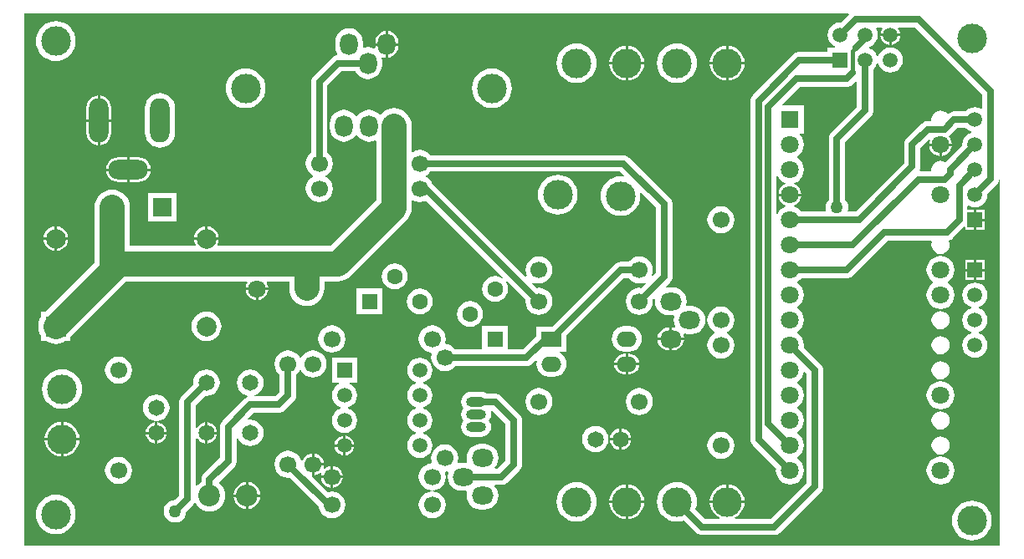
<source format=gtl>
%FSLAX25Y25*%
%MOIN*%
G70*
G01*
G75*
G04 Layer_Physical_Order=1*
G04 Layer_Color=255*
%ADD10C,0.02500*%
%ADD11C,0.01500*%
%ADD12C,0.10000*%
%ADD13O,0.07874X0.17716*%
%ADD14O,0.15748X0.07874*%
%ADD15C,0.06500*%
%ADD16C,0.11811*%
%ADD17R,0.05906X0.05906*%
%ADD18C,0.05906*%
%ADD19C,0.08661*%
%ADD20C,0.07087*%
%ADD21R,0.07087X0.07087*%
%ADD22R,0.05906X0.05906*%
%ADD23C,0.06693*%
%ADD24R,0.08000X0.06000*%
%ADD25O,0.08000X0.06000*%
%ADD26O,0.07874X0.03937*%
%ADD27O,0.07874X0.03937*%
%ADD28O,0.08661X0.07087*%
%ADD29C,0.06299*%
%ADD30R,0.06299X0.06299*%
%ADD31O,0.07087X0.08661*%
%ADD32R,0.07284X0.07284*%
%ADD33C,0.07284*%
%ADD34C,0.07874*%
%ADD35R,0.07874X0.07874*%
%ADD36R,0.06299X0.06299*%
%ADD37C,0.05000*%
G36*
X331722Y185183D02*
Y175108D01*
X321432Y164818D01*
X320911Y164139D01*
X320747Y163744D01*
X320584Y163348D01*
X320528Y162924D01*
X320472Y162500D01*
Y138120D01*
X319819Y137269D01*
X319366Y136175D01*
X319211Y135000D01*
X319366Y133825D01*
X319420Y133694D01*
X319143Y133278D01*
X309472D01*
X308954Y133954D01*
X307796Y134842D01*
X306761Y135271D01*
Y135812D01*
X307291Y136031D01*
X308240Y136760D01*
X308969Y137709D01*
X309426Y138814D01*
X309517Y139500D01*
X300483D01*
X300574Y138814D01*
X301031Y137709D01*
X301760Y136760D01*
X302709Y136031D01*
X303239Y135812D01*
Y135271D01*
X302204Y134842D01*
X301046Y133954D01*
X300158Y132796D01*
X300028Y132482D01*
X299528Y132581D01*
Y147419D01*
X300028Y147518D01*
X300158Y147204D01*
X301046Y146046D01*
X302204Y145158D01*
X303239Y144729D01*
Y144188D01*
X302709Y143969D01*
X301760Y143240D01*
X301031Y142291D01*
X300574Y141186D01*
X300483Y140500D01*
X309517D01*
X309426Y141186D01*
X308969Y142291D01*
X308240Y143240D01*
X307291Y143969D01*
X306761Y144188D01*
Y144729D01*
X307796Y145158D01*
X308954Y146046D01*
X309842Y147204D01*
X310401Y148553D01*
X310591Y150000D01*
X310401Y151447D01*
X309842Y152796D01*
X308954Y153954D01*
X307986Y154696D01*
X307952Y154778D01*
Y155222D01*
X307986Y155304D01*
X308954Y156046D01*
X309842Y157204D01*
X310401Y158553D01*
X310591Y160000D01*
X310401Y161447D01*
X309842Y162796D01*
X308954Y163954D01*
X308915Y163983D01*
X309076Y164457D01*
X310543D01*
Y175543D01*
X302082D01*
X301891Y176005D01*
X308858Y182972D01*
X327500D01*
X327924Y183028D01*
X328348Y183084D01*
X328744Y183247D01*
X329139Y183411D01*
X329818Y183932D01*
X331260Y185374D01*
X331722Y185183D01*
D02*
G37*
G36*
X375218Y166468D02*
X376252Y165674D01*
X377226Y165271D01*
Y164729D01*
X376252Y164326D01*
X375218Y163532D01*
X374424Y162498D01*
X373925Y161293D01*
X373755Y160000D01*
X373796Y159682D01*
X367048Y152934D01*
X366803Y153123D01*
X365933Y153483D01*
X365000Y153606D01*
X364067Y153483D01*
X363197Y153123D01*
X362451Y152550D01*
X361877Y151803D01*
X361517Y150933D01*
X361394Y150000D01*
X361417Y149829D01*
X361087Y149453D01*
X357065D01*
X356731Y149953D01*
X356916Y150402D01*
X357028Y151250D01*
Y158642D01*
X360358Y161972D01*
X360782Y161689D01*
X360574Y161186D01*
X360483Y160500D01*
X369517D01*
X369426Y161186D01*
X368969Y162291D01*
X368475Y162935D01*
X368266Y163268D01*
X368566Y163600D01*
X368902Y163857D01*
X371767Y166722D01*
X375023D01*
X375218Y166468D01*
D02*
G37*
G36*
X328614Y212000D02*
X325318Y208704D01*
X325000Y208746D01*
X323707Y208575D01*
X322502Y208076D01*
X321468Y207282D01*
X320674Y206248D01*
X320175Y205043D01*
X320005Y203750D01*
X320175Y202457D01*
X320674Y201252D01*
X321468Y200218D01*
X322502Y199424D01*
X323036Y199203D01*
X322937Y198703D01*
X320047D01*
Y197028D01*
X308750D01*
X308326Y196972D01*
X307902Y196916D01*
X307506Y196753D01*
X307111Y196589D01*
X306432Y196068D01*
X290182Y179818D01*
X289661Y179139D01*
X289497Y178744D01*
X289334Y178349D01*
X289278Y177924D01*
X289222Y177500D01*
Y42500D01*
X289278Y42076D01*
X289334Y41652D01*
X289497Y41256D01*
X289661Y40861D01*
X290182Y40182D01*
X299520Y30844D01*
X299409Y30000D01*
X299599Y28553D01*
X300158Y27204D01*
X301046Y26046D01*
X302204Y25158D01*
X303553Y24599D01*
X305000Y24409D01*
X306447Y24599D01*
X307796Y25158D01*
X308954Y26046D01*
X309842Y27204D01*
X310401Y28553D01*
X310591Y30000D01*
X310401Y31447D01*
X309842Y32796D01*
X308954Y33954D01*
X307986Y34696D01*
X307952Y34778D01*
Y35222D01*
X307986Y35304D01*
X308954Y36046D01*
X309842Y37205D01*
X310401Y38553D01*
X310591Y40000D01*
X310401Y41447D01*
X309842Y42796D01*
X308954Y43954D01*
X307986Y44696D01*
X307952Y44778D01*
Y45222D01*
X307986Y45304D01*
X308954Y46047D01*
X309842Y47205D01*
X310401Y48553D01*
X310591Y50000D01*
X310401Y51447D01*
X309842Y52796D01*
X308954Y53954D01*
X307986Y54696D01*
X307952Y54778D01*
Y55222D01*
X307986Y55304D01*
X308954Y56046D01*
X309842Y57205D01*
X310401Y58553D01*
X310591Y60000D01*
X310401Y61447D01*
X309842Y62796D01*
X308954Y63954D01*
X307986Y64696D01*
X307952Y64778D01*
Y65222D01*
X307986Y65304D01*
X308954Y66047D01*
X309842Y67204D01*
X310401Y68553D01*
X310491Y69239D01*
X310964Y69400D01*
X311722Y68642D01*
Y25108D01*
X297392Y10778D01*
X283134D01*
X283009Y11278D01*
X283855Y11731D01*
X284907Y12594D01*
X285770Y13645D01*
X286411Y14845D01*
X286806Y16146D01*
X286890Y17000D01*
X273110D01*
X273195Y16146D01*
X273589Y14845D01*
X274231Y13645D01*
X275094Y12594D01*
X276145Y11731D01*
X276992Y11278D01*
X276866Y10778D01*
X271358D01*
X267418Y14718D01*
X267791Y15950D01*
X267944Y17500D01*
X267791Y19050D01*
X267339Y20540D01*
X266605Y21913D01*
X265617Y23117D01*
X264413Y24105D01*
X263040Y24839D01*
X261550Y25291D01*
X260000Y25444D01*
X258450Y25291D01*
X256960Y24839D01*
X255587Y24105D01*
X254383Y23117D01*
X253395Y21913D01*
X252661Y20540D01*
X252209Y19050D01*
X252056Y17500D01*
X252209Y15950D01*
X252661Y14460D01*
X253395Y13087D01*
X254383Y11883D01*
X255587Y10895D01*
X256960Y10161D01*
X258450Y9709D01*
X260000Y9556D01*
X261550Y9709D01*
X262782Y10083D01*
X267682Y5182D01*
X268066Y4887D01*
X268361Y4661D01*
X268593Y4565D01*
X269152Y4334D01*
X270000Y4222D01*
X298750D01*
X299174Y4278D01*
X299599Y4334D01*
X299994Y4497D01*
X300389Y4661D01*
X301068Y5182D01*
X317318Y21432D01*
X317839Y22111D01*
X318003Y22506D01*
X318166Y22902D01*
X318222Y23326D01*
X318278Y23750D01*
Y70000D01*
X318166Y70849D01*
X317935Y71408D01*
X317839Y71639D01*
X317613Y71934D01*
X317318Y72318D01*
X310480Y79156D01*
X310591Y80000D01*
X310401Y81447D01*
X309842Y82796D01*
X308954Y83954D01*
X307986Y84696D01*
X307952Y84778D01*
Y85222D01*
X307986Y85304D01*
X308954Y86046D01*
X309842Y87204D01*
X310401Y88553D01*
X310591Y90000D01*
X310401Y91447D01*
X309842Y92796D01*
X308954Y93954D01*
X307986Y94696D01*
X307952Y94778D01*
Y95222D01*
X307986Y95304D01*
X308954Y96047D01*
X309842Y97205D01*
X310401Y98553D01*
X310591Y100000D01*
X310401Y101447D01*
X309842Y102796D01*
X308954Y103954D01*
X307986Y104696D01*
X307952Y104778D01*
Y105222D01*
X307986Y105304D01*
X308954Y106046D01*
X309472Y106722D01*
X327500D01*
X327924Y106778D01*
X328348Y106834D01*
X328744Y106998D01*
X329139Y107161D01*
X329818Y107682D01*
X343858Y121722D01*
X361394D01*
X361672Y121306D01*
X361517Y120933D01*
X361394Y120000D01*
X361517Y119067D01*
X361877Y118197D01*
X362451Y117450D01*
X363197Y116877D01*
X364067Y116517D01*
X365000Y116394D01*
X365933Y116517D01*
X366803Y116877D01*
X367550Y117450D01*
X368123Y118197D01*
X368483Y119067D01*
X368606Y120000D01*
X368483Y120933D01*
X368320Y121326D01*
X368349Y121834D01*
X368568Y121925D01*
X368744Y121997D01*
X369139Y122161D01*
X369818Y122682D01*
X374335Y127199D01*
X374797Y127008D01*
Y126047D01*
X378250D01*
Y130000D01*
Y133953D01*
X375778D01*
Y135473D01*
X376226Y135694D01*
X376252Y135674D01*
X377457Y135175D01*
X378750Y135005D01*
X380043Y135175D01*
X381248Y135674D01*
X382282Y136468D01*
X383076Y137502D01*
X383575Y138707D01*
X383746Y140000D01*
X383704Y140318D01*
X387318Y143932D01*
X387544Y144227D01*
X387839Y144611D01*
X388071Y145170D01*
X388166Y145402D01*
X388179Y145500D01*
X388250Y146037D01*
X388750Y146005D01*
Y0D01*
X0D01*
Y212500D01*
X328407D01*
X328614Y212000D01*
D02*
G37*
G36*
X381722Y179892D02*
Y174528D01*
X381274Y174306D01*
X381248Y174326D01*
X380043Y174825D01*
X378750Y174996D01*
X377457Y174825D01*
X376252Y174326D01*
X375218Y173532D01*
X375023Y173278D01*
X370409D01*
X369561Y173166D01*
X368770Y172839D01*
X368259Y172447D01*
X367631Y172444D01*
X367550Y172550D01*
X366803Y173123D01*
X365933Y173483D01*
X365000Y173606D01*
X364067Y173483D01*
X363197Y173123D01*
X362451Y172550D01*
X361877Y171803D01*
X361517Y170933D01*
X361394Y170000D01*
X361417Y169829D01*
X361087Y169453D01*
X359925D01*
X359077Y169342D01*
X358286Y169014D01*
X357902Y168719D01*
X357607Y168493D01*
X351432Y162318D01*
X350911Y161639D01*
X350747Y161244D01*
X350584Y160848D01*
X350528Y160424D01*
X350472Y160000D01*
Y152608D01*
X331142Y133278D01*
X328358D01*
X328080Y133694D01*
X328134Y133825D01*
X328289Y135000D01*
X328134Y136175D01*
X327681Y137269D01*
X327028Y138120D01*
Y161142D01*
X337318Y171432D01*
X337544Y171727D01*
X337839Y172111D01*
X338166Y172902D01*
X338278Y173750D01*
Y190023D01*
X338532Y190218D01*
X339326Y191252D01*
X339729Y192226D01*
X340271D01*
X340674Y191252D01*
X341468Y190218D01*
X342502Y189424D01*
X343707Y188925D01*
X345000Y188755D01*
X346293Y188925D01*
X347498Y189424D01*
X348532Y190218D01*
X349326Y191252D01*
X349825Y192457D01*
X349995Y193750D01*
X349825Y195043D01*
X349326Y196248D01*
X348532Y197282D01*
X347498Y198076D01*
X346293Y198575D01*
X345000Y198746D01*
X343707Y198575D01*
X342502Y198076D01*
X341468Y197282D01*
X340674Y196248D01*
X340271Y195274D01*
X339729D01*
X339326Y196248D01*
X338532Y197282D01*
X337498Y198076D01*
X336524Y198479D01*
Y199021D01*
X337498Y199424D01*
X338532Y200218D01*
X339326Y201252D01*
X339825Y202457D01*
X339996Y203750D01*
X339825Y205043D01*
X339326Y206248D01*
X339306Y206274D01*
X339528Y206722D01*
X341668D01*
X341915Y206222D01*
X341547Y205744D01*
X341149Y204782D01*
X341079Y204250D01*
X348921D01*
X348851Y204782D01*
X348453Y205744D01*
X348086Y206222D01*
X348332Y206722D01*
X354892D01*
X381722Y179892D01*
D02*
G37*
%LPC*%
G36*
X237000Y46721D02*
X236391Y46641D01*
X235357Y46212D01*
X234469Y45531D01*
X233788Y44643D01*
X233359Y43609D01*
X233279Y43000D01*
X237000D01*
Y46721D01*
D02*
G37*
G36*
X15500Y49390D02*
Y43000D01*
X21890D01*
X21806Y43854D01*
X21411Y45156D01*
X20770Y46355D01*
X19907Y47407D01*
X18855Y48270D01*
X17655Y48911D01*
X16354Y49306D01*
X15500Y49390D01*
D02*
G37*
G36*
X238000Y46721D02*
Y43000D01*
X241721D01*
X241641Y43609D01*
X241212Y44643D01*
X240531Y45531D01*
X239643Y46212D01*
X238610Y46641D01*
X238000Y46721D01*
D02*
G37*
G36*
X53000Y49221D02*
Y45500D01*
X56721D01*
X56641Y46110D01*
X56212Y47143D01*
X55531Y48031D01*
X54643Y48712D01*
X53610Y49141D01*
X53000Y49221D01*
D02*
G37*
G36*
X52000D02*
X51391Y49141D01*
X50357Y48712D01*
X49469Y48031D01*
X48788Y47143D01*
X48359Y46110D01*
X48279Y45500D01*
X52000D01*
Y49221D01*
D02*
G37*
G36*
X132453Y74953D02*
X122547D01*
Y65047D01*
X125436D01*
X125536Y64547D01*
X125002Y64326D01*
X123968Y63532D01*
X123174Y62498D01*
X122675Y61293D01*
X122505Y60000D01*
X122675Y58707D01*
X123174Y57502D01*
X123968Y56468D01*
X125002Y55674D01*
X125976Y55271D01*
Y54729D01*
X125002Y54326D01*
X123968Y53532D01*
X123174Y52498D01*
X122675Y51293D01*
X122505Y50000D01*
X122675Y48707D01*
X123174Y47502D01*
X123968Y46468D01*
X125002Y45674D01*
X126207Y45175D01*
X127500Y45005D01*
X128793Y45175D01*
X129998Y45674D01*
X131032Y46468D01*
X131826Y47502D01*
X132325Y48707D01*
X132495Y50000D01*
X132325Y51293D01*
X131826Y52498D01*
X131032Y53532D01*
X129998Y54326D01*
X129024Y54729D01*
Y55271D01*
X129998Y55674D01*
X131032Y56468D01*
X131826Y57502D01*
X132325Y58707D01*
X132495Y60000D01*
X132325Y61293D01*
X131826Y62498D01*
X131032Y63532D01*
X129998Y64326D01*
X129464Y64547D01*
X129564Y65047D01*
X132453D01*
Y74953D01*
D02*
G37*
G36*
X52000Y44500D02*
X48279D01*
X48359Y43891D01*
X48788Y42857D01*
X49469Y41969D01*
X50357Y41288D01*
X51391Y40859D01*
X52000Y40779D01*
Y44500D01*
D02*
G37*
G36*
X128000Y43921D02*
Y40500D01*
X131421D01*
X131351Y41032D01*
X130953Y41993D01*
X130319Y42819D01*
X129493Y43453D01*
X128532Y43851D01*
X128000Y43921D01*
D02*
G37*
G36*
X127000D02*
X126468Y43851D01*
X125507Y43453D01*
X124681Y42819D01*
X124047Y41993D01*
X123649Y41032D01*
X123579Y40500D01*
X127000D01*
Y43921D01*
D02*
G37*
G36*
X56721Y44500D02*
X53000D01*
Y40779D01*
X53610Y40859D01*
X54643Y41288D01*
X55531Y41969D01*
X56212Y42857D01*
X56641Y43891D01*
X56721Y44500D01*
D02*
G37*
G36*
X14500Y49390D02*
X13646Y49306D01*
X12345Y48911D01*
X11145Y48270D01*
X10093Y47407D01*
X9230Y46355D01*
X8589Y45156D01*
X8195Y43854D01*
X8110Y43000D01*
X14500D01*
Y49390D01*
D02*
G37*
G36*
X227500Y47795D02*
X226130Y47615D01*
X224852Y47086D01*
X223756Y46244D01*
X222914Y45148D01*
X222385Y43871D01*
X222205Y42500D01*
X222385Y41129D01*
X222914Y39852D01*
X223756Y38756D01*
X224852Y37914D01*
X226130Y37385D01*
X227500Y37205D01*
X228871Y37385D01*
X230148Y37914D01*
X231244Y38756D01*
X232086Y39852D01*
X232615Y41129D01*
X232752Y42172D01*
X232775D01*
Y42343D01*
X232796Y42500D01*
X232775Y42657D01*
Y42828D01*
X232752D01*
X232615Y43871D01*
X232086Y45148D01*
X231244Y46244D01*
X230148Y47086D01*
X228871Y47615D01*
X227500Y47795D01*
D02*
G37*
G36*
X76721Y44500D02*
X73000D01*
Y40779D01*
X73610Y40859D01*
X74643Y41288D01*
X75531Y41969D01*
X76212Y42857D01*
X76641Y43891D01*
X76721Y44500D01*
D02*
G37*
G36*
X73000Y49221D02*
Y45500D01*
X76721D01*
X76641Y46110D01*
X76212Y47143D01*
X75531Y48031D01*
X74643Y48712D01*
X73610Y49141D01*
X73000Y49221D01*
D02*
G37*
G36*
X239500Y76535D02*
X239000D01*
X237956Y76397D01*
X236983Y75994D01*
X236147Y75353D01*
X235506Y74517D01*
X235103Y73544D01*
X235031Y73000D01*
X239500D01*
Y76535D01*
D02*
G37*
G36*
X244969Y72000D02*
X240500D01*
Y68466D01*
X241000D01*
X242044Y68603D01*
X243017Y69006D01*
X243853Y69647D01*
X244494Y70483D01*
X244897Y71456D01*
X244969Y72000D01*
D02*
G37*
G36*
X239500D02*
X235031D01*
X235103Y71456D01*
X235506Y70483D01*
X236147Y69647D01*
X236983Y69006D01*
X237956Y68603D01*
X239000Y68466D01*
X239500D01*
Y72000D01*
D02*
G37*
G36*
X241000Y76535D02*
X240500D01*
Y73000D01*
X244969D01*
X244897Y73544D01*
X244494Y74517D01*
X243853Y75353D01*
X243017Y75994D01*
X242044Y76397D01*
X241000Y76535D01*
D02*
G37*
G36*
X378750Y104996D02*
X377457Y104825D01*
X376252Y104326D01*
X375218Y103532D01*
X374424Y102498D01*
X373925Y101293D01*
X373755Y100000D01*
X373925Y98707D01*
X374424Y97502D01*
X375218Y96468D01*
X376252Y95674D01*
X377226Y95271D01*
Y94729D01*
X376252Y94326D01*
X375218Y93532D01*
X374424Y92498D01*
X373925Y91293D01*
X373755Y90000D01*
X373925Y88707D01*
X374424Y87502D01*
X375218Y86468D01*
X376252Y85674D01*
X377226Y85271D01*
Y84729D01*
X376252Y84326D01*
X375218Y83532D01*
X374424Y82498D01*
X373925Y81293D01*
X373755Y80000D01*
X373925Y78707D01*
X374424Y77502D01*
X375218Y76468D01*
X376252Y75674D01*
X377457Y75175D01*
X378750Y75005D01*
X380043Y75175D01*
X381248Y75674D01*
X382282Y76468D01*
X383076Y77502D01*
X383575Y78707D01*
X383746Y80000D01*
X383575Y81293D01*
X383076Y82498D01*
X382282Y83532D01*
X381248Y84326D01*
X380274Y84729D01*
Y85271D01*
X381248Y85674D01*
X382282Y86468D01*
X383076Y87502D01*
X383575Y88707D01*
X383746Y90000D01*
X383575Y91293D01*
X383076Y92498D01*
X382282Y93532D01*
X381248Y94326D01*
X380274Y94729D01*
Y95271D01*
X381248Y95674D01*
X382282Y96468D01*
X383076Y97502D01*
X383575Y98707D01*
X383746Y100000D01*
X383575Y101293D01*
X383076Y102498D01*
X382282Y103532D01*
X381248Y104326D01*
X380043Y104825D01*
X378750Y104996D01*
D02*
G37*
G36*
X115000Y77893D02*
X113604Y77709D01*
X112304Y77170D01*
X111187Y76313D01*
X110330Y75196D01*
X110250Y75003D01*
X109750D01*
X109670Y75196D01*
X108813Y76313D01*
X107696Y77170D01*
X106396Y77709D01*
X105000Y77893D01*
X103604Y77709D01*
X102304Y77170D01*
X101187Y76313D01*
X100330Y75196D01*
X99791Y73896D01*
X99607Y72500D01*
X99791Y71104D01*
X100330Y69804D01*
X101187Y68687D01*
X101722Y68276D01*
Y61358D01*
X99892Y59528D01*
X91815D01*
X91716Y60028D01*
X92648Y60414D01*
X93744Y61256D01*
X94586Y62352D01*
X95115Y63630D01*
X95295Y65000D01*
X95115Y66371D01*
X94586Y67648D01*
X93744Y68744D01*
X92648Y69586D01*
X91371Y70115D01*
X90000Y70295D01*
X88630Y70115D01*
X87352Y69586D01*
X86256Y68744D01*
X85414Y67648D01*
X84885Y66371D01*
X84705Y65000D01*
X84885Y63630D01*
X85414Y62352D01*
X86256Y61256D01*
X87352Y60414D01*
X88630Y59885D01*
X88893Y59851D01*
X88961Y59337D01*
X88756Y59253D01*
X88361Y59089D01*
X88022Y58828D01*
X87682Y58568D01*
X78932Y49818D01*
X78411Y49139D01*
X78247Y48744D01*
X78084Y48349D01*
X78028Y47924D01*
X77972Y47500D01*
Y35108D01*
X71432Y28568D01*
X70911Y27889D01*
X70748Y27494D01*
X70584Y27099D01*
X70528Y26674D01*
X70472Y26250D01*
Y25426D01*
X70216Y25289D01*
X69252Y24498D01*
X68778Y23921D01*
X68278Y24100D01*
Y42780D01*
X68778Y42880D01*
X68788Y42857D01*
X69469Y41969D01*
X70357Y41288D01*
X71391Y40859D01*
X72000Y40779D01*
Y45000D01*
Y49221D01*
X71391Y49141D01*
X70357Y48712D01*
X69469Y48031D01*
X68788Y47143D01*
X68778Y47120D01*
X68278Y47220D01*
Y56142D01*
X71917Y59781D01*
X72500Y59705D01*
X73871Y59885D01*
X75148Y60414D01*
X76244Y61256D01*
X77086Y62352D01*
X77615Y63630D01*
X77795Y65000D01*
X77615Y66371D01*
X77086Y67648D01*
X76244Y68744D01*
X75148Y69586D01*
X73871Y70115D01*
X72500Y70295D01*
X71130Y70115D01*
X69852Y69586D01*
X68756Y68744D01*
X67914Y67648D01*
X67385Y66371D01*
X67205Y65000D01*
X67282Y64417D01*
X62682Y59818D01*
X62161Y59139D01*
X61997Y58744D01*
X61834Y58349D01*
X61778Y57924D01*
X61722Y57500D01*
Y20108D01*
X59888Y18274D01*
X58825Y18134D01*
X57731Y17681D01*
X56791Y16960D01*
X56069Y16019D01*
X55616Y14925D01*
X55461Y13750D01*
X55616Y12575D01*
X56069Y11481D01*
X56791Y10541D01*
X57731Y9819D01*
X58825Y9366D01*
X60000Y9211D01*
X61175Y9366D01*
X62270Y9819D01*
X63209Y10541D01*
X63931Y11481D01*
X64384Y12575D01*
X64524Y13638D01*
X67318Y16432D01*
X67668Y16888D01*
X68250Y16860D01*
X68461Y16466D01*
X69252Y15502D01*
X70216Y14711D01*
X71316Y14123D01*
X72509Y13761D01*
X73750Y13639D01*
X74991Y13761D01*
X76184Y14123D01*
X77284Y14711D01*
X78248Y15502D01*
X79039Y16466D01*
X79627Y17566D01*
X79989Y18759D01*
X80111Y20000D01*
X79989Y21241D01*
X79627Y22434D01*
X79039Y23534D01*
X78248Y24498D01*
X77649Y24990D01*
X77625Y25489D01*
X83568Y31432D01*
X83794Y31727D01*
X84089Y32111D01*
X84253Y32506D01*
X84416Y32902D01*
X84472Y33326D01*
X84528Y33750D01*
Y43185D01*
X85028Y43284D01*
X85414Y42352D01*
X86256Y41256D01*
X87352Y40414D01*
X88630Y39885D01*
X90000Y39705D01*
X91371Y39885D01*
X92648Y40414D01*
X93744Y41256D01*
X94586Y42352D01*
X95115Y43630D01*
X95295Y45000D01*
X95115Y46371D01*
X94586Y47648D01*
X93744Y48744D01*
X92648Y49586D01*
X91371Y50115D01*
X90000Y50295D01*
X89296Y50203D01*
X89062Y50676D01*
X91358Y52972D01*
X101250D01*
X101674Y53028D01*
X102099Y53084D01*
X102494Y53247D01*
X102889Y53411D01*
X103568Y53932D01*
X107318Y57682D01*
X107839Y58361D01*
X108003Y58756D01*
X108166Y59152D01*
X108222Y59576D01*
X108278Y60000D01*
Y68276D01*
X108813Y68687D01*
X109670Y69804D01*
X109750Y69997D01*
X110250D01*
X110330Y69804D01*
X111187Y68687D01*
X112304Y67830D01*
X113604Y67291D01*
X115000Y67107D01*
X116396Y67291D01*
X117696Y67830D01*
X118813Y68687D01*
X119670Y69804D01*
X120209Y71104D01*
X120393Y72500D01*
X120209Y73896D01*
X119670Y75196D01*
X118813Y76313D01*
X117696Y77170D01*
X116396Y77709D01*
X115000Y77893D01*
D02*
G37*
G36*
X277500Y95393D02*
X276104Y95209D01*
X274804Y94670D01*
X273687Y93813D01*
X272830Y92696D01*
X272291Y91396D01*
X272108Y90000D01*
X272291Y88604D01*
X272830Y87304D01*
X273687Y86187D01*
X274804Y85330D01*
X274997Y85250D01*
Y84750D01*
X274804Y84670D01*
X273687Y83813D01*
X272830Y82696D01*
X272291Y81396D01*
X272108Y80000D01*
X272291Y78604D01*
X272830Y77304D01*
X273687Y76187D01*
X274804Y75330D01*
X276104Y74791D01*
X277500Y74607D01*
X278896Y74791D01*
X280196Y75330D01*
X281313Y76187D01*
X282170Y77304D01*
X282709Y78604D01*
X282893Y80000D01*
X282709Y81396D01*
X282170Y82696D01*
X281313Y83813D01*
X280196Y84670D01*
X280003Y84750D01*
Y85250D01*
X280196Y85330D01*
X281313Y86187D01*
X282170Y87304D01*
X282709Y88604D01*
X282893Y90000D01*
X282709Y91396D01*
X282170Y92696D01*
X281313Y93813D01*
X280196Y94670D01*
X278896Y95209D01*
X277500Y95393D01*
D02*
G37*
G36*
X365000Y73606D02*
X364067Y73483D01*
X363197Y73123D01*
X362451Y72550D01*
X361877Y71803D01*
X361517Y70933D01*
X361394Y70000D01*
X361517Y69067D01*
X361877Y68197D01*
X362451Y67450D01*
X363197Y66878D01*
X364067Y66517D01*
X365000Y66394D01*
X365933Y66517D01*
X366803Y66878D01*
X367550Y67450D01*
X368123Y68197D01*
X368483Y69067D01*
X368606Y70000D01*
X368483Y70933D01*
X368123Y71803D01*
X367550Y72550D01*
X366803Y73123D01*
X365933Y73483D01*
X365000Y73606D01*
D02*
G37*
G36*
X205000Y62893D02*
X203604Y62709D01*
X202304Y62170D01*
X201187Y61313D01*
X200330Y60196D01*
X199791Y58896D01*
X199608Y57500D01*
X199791Y56104D01*
X200330Y54804D01*
X201187Y53687D01*
X202304Y52830D01*
X203604Y52291D01*
X205000Y52108D01*
X206396Y52291D01*
X207696Y52830D01*
X208813Y53687D01*
X209670Y54804D01*
X210209Y56104D01*
X210393Y57500D01*
X210209Y58896D01*
X209670Y60196D01*
X208813Y61313D01*
X207696Y62170D01*
X206396Y62709D01*
X205000Y62893D01*
D02*
G37*
G36*
X52500Y60295D02*
X51130Y60115D01*
X49852Y59586D01*
X48756Y58744D01*
X47914Y57648D01*
X47385Y56371D01*
X47205Y55000D01*
X47385Y53629D01*
X47914Y52352D01*
X48756Y51256D01*
X49852Y50414D01*
X51130Y49885D01*
X52172Y49748D01*
Y49725D01*
X52343D01*
X52500Y49705D01*
X52657Y49725D01*
X52828D01*
Y49748D01*
X53871Y49885D01*
X55148Y50414D01*
X56244Y51256D01*
X57086Y52352D01*
X57615Y53629D01*
X57795Y55000D01*
X57615Y56371D01*
X57086Y57648D01*
X56244Y58744D01*
X55148Y59586D01*
X53871Y60115D01*
X52500Y60295D01*
D02*
G37*
G36*
X365000Y53606D02*
X364067Y53483D01*
X363197Y53123D01*
X362451Y52550D01*
X361877Y51803D01*
X361517Y50933D01*
X361394Y50000D01*
X361517Y49067D01*
X361877Y48197D01*
X362451Y47451D01*
X363197Y46878D01*
X364067Y46517D01*
X365000Y46394D01*
X365933Y46517D01*
X366803Y46878D01*
X367550Y47451D01*
X368123Y48197D01*
X368483Y49067D01*
X368606Y50000D01*
X368483Y50933D01*
X368123Y51803D01*
X367550Y52550D01*
X366803Y53123D01*
X365933Y53483D01*
X365000Y53606D01*
D02*
G37*
G36*
X245000Y62893D02*
X243604Y62709D01*
X242304Y62170D01*
X241187Y61313D01*
X240330Y60196D01*
X239791Y58896D01*
X239608Y57500D01*
X239791Y56104D01*
X240330Y54804D01*
X241187Y53687D01*
X242304Y52830D01*
X243604Y52291D01*
X245000Y52108D01*
X246396Y52291D01*
X247696Y52830D01*
X248813Y53687D01*
X249670Y54804D01*
X250209Y56104D01*
X250393Y57500D01*
X250209Y58896D01*
X249670Y60196D01*
X248813Y61313D01*
X247696Y62170D01*
X246396Y62709D01*
X245000Y62893D01*
D02*
G37*
G36*
X37500Y75393D02*
X36104Y75209D01*
X34804Y74670D01*
X33687Y73813D01*
X32830Y72696D01*
X32291Y71396D01*
X32107Y70000D01*
X32291Y68604D01*
X32830Y67304D01*
X33687Y66187D01*
X34804Y65330D01*
X36104Y64791D01*
X37500Y64608D01*
X38896Y64791D01*
X40196Y65330D01*
X41313Y66187D01*
X42170Y67304D01*
X42709Y68604D01*
X42893Y70000D01*
X42709Y71396D01*
X42170Y72696D01*
X41313Y73813D01*
X40196Y74670D01*
X38896Y75209D01*
X37500Y75393D01*
D02*
G37*
G36*
X15000Y70444D02*
X13450Y70291D01*
X11960Y69839D01*
X10587Y69105D01*
X9383Y68117D01*
X8395Y66913D01*
X7661Y65540D01*
X7209Y64050D01*
X7056Y62500D01*
X7209Y60950D01*
X7661Y59460D01*
X8395Y58087D01*
X9383Y56883D01*
X10587Y55895D01*
X11960Y55161D01*
X13450Y54709D01*
X15000Y54556D01*
X16550Y54709D01*
X18040Y55161D01*
X19413Y55895D01*
X20617Y56883D01*
X21605Y58087D01*
X22339Y59460D01*
X22791Y60950D01*
X22944Y62500D01*
X22791Y64050D01*
X22339Y65540D01*
X21605Y66913D01*
X20617Y68117D01*
X19413Y69105D01*
X18040Y69839D01*
X16550Y70291D01*
X15000Y70444D01*
D02*
G37*
G36*
X365000Y65591D02*
X363553Y65401D01*
X362205Y64842D01*
X361047Y63954D01*
X360158Y62796D01*
X359599Y61447D01*
X359409Y60000D01*
X359599Y58553D01*
X360158Y57205D01*
X361047Y56046D01*
X362205Y55158D01*
X363553Y54599D01*
X365000Y54409D01*
X366447Y54599D01*
X367796Y55158D01*
X368954Y56046D01*
X369842Y57205D01*
X370401Y58553D01*
X370591Y60000D01*
X370401Y61447D01*
X369842Y62796D01*
X368954Y63954D01*
X367796Y64842D01*
X366447Y65401D01*
X365000Y65591D01*
D02*
G37*
G36*
X241721Y42000D02*
X238000D01*
Y38279D01*
X238610Y38359D01*
X239643Y38788D01*
X240531Y39469D01*
X241212Y40357D01*
X241641Y41391D01*
X241721Y42000D01*
D02*
G37*
G36*
X279500Y24390D02*
X278646Y24306D01*
X277345Y23911D01*
X276145Y23270D01*
X275094Y22407D01*
X274231Y21355D01*
X273589Y20155D01*
X273195Y18854D01*
X273110Y18000D01*
X279500D01*
Y24390D01*
D02*
G37*
G36*
X240500D02*
Y18000D01*
X246890D01*
X246806Y18854D01*
X246411Y20155D01*
X245770Y21355D01*
X244907Y22407D01*
X243855Y23270D01*
X242655Y23911D01*
X241354Y24306D01*
X240500Y24390D01*
D02*
G37*
G36*
X239500D02*
X238646Y24306D01*
X237345Y23911D01*
X236145Y23270D01*
X235093Y22407D01*
X234230Y21355D01*
X233589Y20155D01*
X233194Y18854D01*
X233110Y18000D01*
X239500D01*
Y24390D01*
D02*
G37*
G36*
X280500D02*
Y18000D01*
X286890D01*
X286806Y18854D01*
X286411Y20155D01*
X285770Y21355D01*
X284907Y22407D01*
X283855Y23270D01*
X282656Y23911D01*
X281354Y24306D01*
X280500Y24390D01*
D02*
G37*
G36*
X122000Y27000D02*
X118182D01*
X118265Y26365D01*
X118703Y25308D01*
X119400Y24400D01*
X120308Y23703D01*
X121365Y23266D01*
X122000Y23182D01*
Y27000D01*
D02*
G37*
G36*
X89250Y25311D02*
Y20500D01*
X94061D01*
X93944Y21392D01*
X93406Y22688D01*
X92552Y23802D01*
X91438Y24656D01*
X90142Y25194D01*
X89250Y25311D01*
D02*
G37*
G36*
X88250D02*
X87358Y25194D01*
X86062Y24656D01*
X84948Y23802D01*
X84094Y22688D01*
X83557Y21392D01*
X83439Y20500D01*
X88250D01*
Y25311D01*
D02*
G37*
G36*
X94061Y19500D02*
X89250D01*
Y14689D01*
X90142Y14807D01*
X91438Y15344D01*
X92552Y16198D01*
X93406Y17312D01*
X93944Y18609D01*
X94061Y19500D01*
D02*
G37*
G36*
X220000Y25444D02*
X218450Y25291D01*
X216960Y24839D01*
X215587Y24105D01*
X214383Y23117D01*
X213395Y21913D01*
X212661Y20540D01*
X212209Y19050D01*
X212056Y17500D01*
X212209Y15950D01*
X212661Y14460D01*
X213395Y13087D01*
X214383Y11883D01*
X215587Y10895D01*
X216960Y10161D01*
X218450Y9709D01*
X220000Y9556D01*
X221550Y9709D01*
X223040Y10161D01*
X224413Y10895D01*
X225617Y11883D01*
X226605Y13087D01*
X227339Y14460D01*
X227791Y15950D01*
X227944Y17500D01*
X227791Y19050D01*
X227339Y20540D01*
X226605Y21913D01*
X225617Y23117D01*
X224413Y24105D01*
X223040Y24839D01*
X221550Y25291D01*
X220000Y25444D01*
D02*
G37*
G36*
X12500Y20444D02*
X10950Y20291D01*
X9460Y19839D01*
X8087Y19105D01*
X6883Y18117D01*
X5895Y16913D01*
X5161Y15540D01*
X4709Y14050D01*
X4556Y12500D01*
X4709Y10950D01*
X5161Y9460D01*
X5895Y8087D01*
X6883Y6883D01*
X8087Y5895D01*
X9460Y5161D01*
X10950Y4709D01*
X12500Y4556D01*
X14050Y4709D01*
X15540Y5161D01*
X16913Y5895D01*
X18117Y6883D01*
X19105Y8087D01*
X19839Y9460D01*
X20291Y10950D01*
X20444Y12500D01*
X20291Y14050D01*
X19839Y15540D01*
X19105Y16913D01*
X18117Y18117D01*
X16913Y19105D01*
X15540Y19839D01*
X14050Y20291D01*
X12500Y20444D01*
D02*
G37*
G36*
X377500Y17944D02*
X375950Y17791D01*
X374460Y17339D01*
X373087Y16605D01*
X371883Y15617D01*
X370895Y14413D01*
X370161Y13040D01*
X369709Y11550D01*
X369556Y10000D01*
X369709Y8450D01*
X370161Y6960D01*
X370895Y5587D01*
X371883Y4383D01*
X373087Y3395D01*
X374460Y2661D01*
X375950Y2209D01*
X377500Y2056D01*
X379050Y2209D01*
X380540Y2661D01*
X381913Y3395D01*
X383117Y4383D01*
X384105Y5587D01*
X384839Y6960D01*
X385291Y8450D01*
X385444Y10000D01*
X385291Y11550D01*
X384839Y13040D01*
X384105Y14413D01*
X383117Y15617D01*
X381913Y16605D01*
X380540Y17339D01*
X379050Y17791D01*
X377500Y17944D01*
D02*
G37*
G36*
X239500Y17000D02*
X233110D01*
X233194Y16146D01*
X233589Y14845D01*
X234230Y13645D01*
X235093Y12594D01*
X236145Y11731D01*
X237345Y11089D01*
X238646Y10695D01*
X239500Y10610D01*
Y17000D01*
D02*
G37*
G36*
X88250Y19500D02*
X83439D01*
X83557Y18609D01*
X84094Y17312D01*
X84948Y16198D01*
X86062Y15344D01*
X87358Y14807D01*
X88250Y14689D01*
Y19500D01*
D02*
G37*
G36*
X105000Y37893D02*
X103604Y37709D01*
X102304Y37170D01*
X101187Y36313D01*
X100330Y35196D01*
X99791Y33896D01*
X99607Y32500D01*
X99791Y31104D01*
X100330Y29804D01*
X101187Y28687D01*
X102304Y27830D01*
X103604Y27291D01*
X105000Y27108D01*
X105669Y27196D01*
X117182Y15682D01*
X117291Y14854D01*
X117830Y13554D01*
X118687Y12437D01*
X119804Y11580D01*
X121104Y11041D01*
X122500Y10858D01*
X123896Y11041D01*
X125196Y11580D01*
X126313Y12437D01*
X127170Y13554D01*
X127709Y14854D01*
X127893Y16250D01*
X127709Y17646D01*
X127170Y18946D01*
X126313Y20063D01*
X125196Y20920D01*
X123896Y21459D01*
X122500Y21643D01*
X121104Y21459D01*
X120802Y21334D01*
X114421Y27715D01*
X114500Y27875D01*
Y32500D01*
Y36818D01*
X113865Y36735D01*
X112808Y36297D01*
X111900Y35600D01*
X111203Y34692D01*
X110766Y33635D01*
X110757Y33567D01*
X110252D01*
X110209Y33896D01*
X109670Y35196D01*
X108813Y36313D01*
X107696Y37170D01*
X106396Y37709D01*
X105000Y37893D01*
D02*
G37*
G36*
X246890Y17000D02*
X240500D01*
Y10610D01*
X241354Y10695D01*
X242655Y11089D01*
X243855Y11731D01*
X244907Y12594D01*
X245770Y13645D01*
X246411Y14845D01*
X246806Y16146D01*
X246890Y17000D01*
D02*
G37*
G36*
X21890Y42000D02*
X15500D01*
Y35610D01*
X16354Y35695D01*
X17655Y36089D01*
X18855Y36731D01*
X19907Y37593D01*
X20770Y38645D01*
X21411Y39845D01*
X21806Y41146D01*
X21890Y42000D01*
D02*
G37*
G36*
X14500D02*
X8110D01*
X8195Y41146D01*
X8589Y39845D01*
X9230Y38645D01*
X10093Y37593D01*
X11145Y36731D01*
X12345Y36089D01*
X13646Y35695D01*
X14500Y35610D01*
Y42000D01*
D02*
G37*
G36*
X157500Y74995D02*
X156207Y74825D01*
X155002Y74326D01*
X153968Y73532D01*
X153174Y72498D01*
X152675Y71293D01*
X152505Y70000D01*
X152675Y68707D01*
X153174Y67502D01*
X153968Y66468D01*
X155002Y65674D01*
X155976Y65271D01*
Y64729D01*
X155002Y64326D01*
X153968Y63532D01*
X153174Y62498D01*
X152675Y61293D01*
X152505Y60000D01*
X152675Y58707D01*
X153174Y57502D01*
X153968Y56468D01*
X155002Y55674D01*
X155976Y55271D01*
Y54729D01*
X155002Y54326D01*
X153968Y53532D01*
X153174Y52498D01*
X152675Y51293D01*
X152505Y50000D01*
X152675Y48707D01*
X153174Y47502D01*
X153968Y46468D01*
X155002Y45674D01*
X155976Y45271D01*
Y44730D01*
X155002Y44326D01*
X153968Y43532D01*
X153174Y42498D01*
X152675Y41293D01*
X152505Y40000D01*
X152675Y38707D01*
X153174Y37502D01*
X153968Y36468D01*
X155002Y35674D01*
X156207Y35175D01*
X157500Y35005D01*
X158793Y35175D01*
X159998Y35674D01*
X161032Y36468D01*
X161826Y37502D01*
X162325Y38707D01*
X162496Y40000D01*
X162325Y41293D01*
X161826Y42498D01*
X161032Y43532D01*
X159998Y44326D01*
X159024Y44730D01*
Y45271D01*
X159998Y45674D01*
X161032Y46468D01*
X161826Y47502D01*
X162325Y48707D01*
X162496Y50000D01*
X162325Y51293D01*
X161826Y52498D01*
X161032Y53532D01*
X159998Y54326D01*
X159024Y54729D01*
Y55271D01*
X159998Y55674D01*
X161032Y56468D01*
X161826Y57502D01*
X162325Y58707D01*
X162496Y60000D01*
X162325Y61293D01*
X161826Y62498D01*
X161032Y63532D01*
X159998Y64326D01*
X159024Y64729D01*
Y65271D01*
X159998Y65674D01*
X161032Y66468D01*
X161826Y67502D01*
X162325Y68707D01*
X162496Y70000D01*
X162325Y71293D01*
X161826Y72498D01*
X161032Y73532D01*
X159998Y74326D01*
X158793Y74825D01*
X157500Y74995D01*
D02*
G37*
G36*
X127000Y39500D02*
X123579D01*
X123649Y38968D01*
X124047Y38007D01*
X124681Y37181D01*
X125507Y36547D01*
X126468Y36149D01*
X127000Y36079D01*
Y39500D01*
D02*
G37*
G36*
X237000Y42000D02*
X233279D01*
X233359Y41391D01*
X233788Y40357D01*
X234469Y39469D01*
X235357Y38788D01*
X236391Y38359D01*
X237000Y38279D01*
Y42000D01*
D02*
G37*
G36*
X365000Y43606D02*
X364067Y43483D01*
X363197Y43123D01*
X362451Y42550D01*
X361877Y41803D01*
X361517Y40933D01*
X361394Y40000D01*
X361517Y39067D01*
X361877Y38197D01*
X362451Y37451D01*
X363197Y36878D01*
X364067Y36517D01*
X365000Y36394D01*
X365933Y36517D01*
X366803Y36878D01*
X367550Y37451D01*
X368123Y38197D01*
X368483Y39067D01*
X368606Y40000D01*
X368483Y40933D01*
X368123Y41803D01*
X367550Y42550D01*
X366803Y43123D01*
X365933Y43483D01*
X365000Y43606D01*
D02*
G37*
G36*
X131421Y39500D02*
X128000D01*
Y36079D01*
X128532Y36149D01*
X129493Y36547D01*
X130319Y37181D01*
X130953Y38007D01*
X131351Y38968D01*
X131421Y39500D01*
D02*
G37*
G36*
X277500Y45393D02*
X276104Y45209D01*
X274804Y44670D01*
X273687Y43813D01*
X272830Y42696D01*
X272291Y41396D01*
X272108Y40000D01*
X272291Y38604D01*
X272830Y37304D01*
X273687Y36187D01*
X274804Y35330D01*
X276104Y34791D01*
X277500Y34607D01*
X278896Y34791D01*
X280196Y35330D01*
X281313Y36187D01*
X282170Y37304D01*
X282709Y38604D01*
X282893Y40000D01*
X282709Y41396D01*
X282170Y42696D01*
X281313Y43813D01*
X280196Y44670D01*
X278896Y45209D01*
X277500Y45393D01*
D02*
G37*
G36*
X37500Y35393D02*
X36104Y35209D01*
X34804Y34670D01*
X33687Y33813D01*
X32830Y32696D01*
X32291Y31396D01*
X32107Y30000D01*
X32291Y28604D01*
X32830Y27304D01*
X33687Y26187D01*
X34804Y25330D01*
X36104Y24791D01*
X37500Y24608D01*
X38896Y24791D01*
X40196Y25330D01*
X41313Y26187D01*
X42170Y27304D01*
X42709Y28604D01*
X42893Y30000D01*
X42709Y31396D01*
X42170Y32696D01*
X41313Y33813D01*
X40196Y34670D01*
X38896Y35209D01*
X37500Y35393D01*
D02*
G37*
G36*
X365000Y35591D02*
X363553Y35401D01*
X362205Y34842D01*
X361047Y33954D01*
X360158Y32796D01*
X359599Y31447D01*
X359409Y30000D01*
X359599Y28553D01*
X360158Y27204D01*
X361047Y26046D01*
X362205Y25158D01*
X363553Y24599D01*
X365000Y24409D01*
X366447Y24599D01*
X367796Y25158D01*
X368954Y26046D01*
X369842Y27204D01*
X370401Y28553D01*
X370591Y30000D01*
X370401Y31447D01*
X369842Y32796D01*
X368954Y33954D01*
X367796Y34842D01*
X366447Y35401D01*
X365000Y35591D01*
D02*
G37*
G36*
X126818Y27000D02*
X123000D01*
Y23182D01*
X123635Y23266D01*
X124692Y23703D01*
X125600Y24400D01*
X126297Y25308D01*
X126735Y26365D01*
X126818Y27000D01*
D02*
G37*
G36*
X119318Y32000D02*
X115500D01*
Y28182D01*
X116135Y28266D01*
X117192Y28703D01*
X118014Y29334D01*
X118375Y29132D01*
X118444Y29065D01*
X118265Y28635D01*
X118182Y28000D01*
X122000D01*
Y31818D01*
X121365Y31735D01*
X120308Y31297D01*
X119486Y30666D01*
X119125Y30868D01*
X119056Y30935D01*
X119235Y31365D01*
X119318Y32000D01*
D02*
G37*
G36*
X115500Y36818D02*
Y33000D01*
X119318D01*
X119235Y33635D01*
X118797Y34692D01*
X118100Y35600D01*
X117192Y36297D01*
X116135Y36735D01*
X115500Y36818D01*
D02*
G37*
G36*
X181969Y61503D02*
X178032D01*
X176996Y61366D01*
X176030Y60966D01*
X175201Y60330D01*
X174565Y59501D01*
X174165Y58536D01*
X174029Y57500D01*
X174165Y56464D01*
X174565Y55499D01*
X174948Y55000D01*
X174565Y54501D01*
X174165Y53536D01*
X174029Y52500D01*
X174165Y51464D01*
X174565Y50499D01*
X174948Y50000D01*
X174565Y49501D01*
X174165Y48536D01*
X174029Y47500D01*
X174165Y46464D01*
X174565Y45499D01*
X175201Y44670D01*
X176030Y44034D01*
X176996Y43634D01*
X178032Y43497D01*
X181969D01*
X183004Y43634D01*
X183970Y44034D01*
X184799Y44670D01*
X185435Y45499D01*
X185835Y46464D01*
X185971Y47500D01*
X185835Y48536D01*
X185435Y49501D01*
X185052Y50000D01*
X185435Y50499D01*
X185835Y51464D01*
X185971Y52500D01*
X185853Y53395D01*
X186061Y53771D01*
X186213Y53929D01*
X186417Y53947D01*
X191722Y48642D01*
Y33858D01*
X188642Y30778D01*
X187665D01*
X187419Y31278D01*
X188129Y32204D01*
X188688Y33553D01*
X188879Y35000D01*
X188688Y36447D01*
X188129Y37796D01*
X187241Y38954D01*
X186083Y39842D01*
X184734Y40401D01*
X183288Y40591D01*
X181713D01*
X180266Y40401D01*
X178917Y39842D01*
X177759Y38954D01*
X176871Y37796D01*
X176312Y36447D01*
X176121Y35000D01*
X176312Y33553D01*
X176353Y33453D01*
X176049Y33057D01*
X175787Y33091D01*
X174213D01*
X172970Y32928D01*
X172598Y33338D01*
X172709Y33604D01*
X172893Y35000D01*
X172709Y36396D01*
X172170Y37696D01*
X171313Y38813D01*
X170196Y39670D01*
X168896Y40209D01*
X167500Y40393D01*
X166104Y40209D01*
X164804Y39670D01*
X163687Y38813D01*
X162830Y37696D01*
X162291Y36396D01*
X162108Y35000D01*
X162291Y33604D01*
X162383Y33382D01*
X162068Y32836D01*
X161104Y32709D01*
X159804Y32170D01*
X158687Y31313D01*
X157830Y30196D01*
X157291Y28896D01*
X157107Y27500D01*
X157291Y26104D01*
X157830Y24804D01*
X158687Y23687D01*
X159804Y22830D01*
X161104Y22291D01*
X162160Y22152D01*
X162160D01*
X162350Y22127D01*
Y22125D01*
Y22110D01*
Y22083D01*
Y21667D01*
Y21640D01*
Y21625D01*
Y21623D01*
X162160Y21598D01*
X162160D01*
X161104Y21459D01*
X159804Y20920D01*
X158687Y20063D01*
X157830Y18946D01*
X157291Y17646D01*
X157107Y16250D01*
X157291Y14854D01*
X157830Y13554D01*
X158687Y12437D01*
X159804Y11580D01*
X161104Y11041D01*
X162500Y10858D01*
X163896Y11041D01*
X165196Y11580D01*
X166313Y12437D01*
X167170Y13554D01*
X167709Y14854D01*
X167893Y16250D01*
X167709Y17646D01*
X167170Y18946D01*
X166313Y20063D01*
X165196Y20920D01*
X163896Y21459D01*
X162840Y21598D01*
X162840D01*
X162650Y21623D01*
Y21625D01*
Y21640D01*
Y21667D01*
Y22083D01*
Y22110D01*
Y22125D01*
Y22127D01*
X162840Y22152D01*
X162840D01*
X163896Y22291D01*
X165196Y22830D01*
X166313Y23687D01*
X167170Y24804D01*
X167709Y26104D01*
X167893Y27500D01*
X167709Y28896D01*
X167617Y29118D01*
X167932Y29664D01*
X168605Y29753D01*
X168956Y29295D01*
X168812Y28947D01*
X168622Y27500D01*
X168812Y26053D01*
X169371Y24704D01*
X170259Y23547D01*
X171417Y22658D01*
X172766Y22099D01*
X174213Y21909D01*
X175787D01*
X176049Y21943D01*
X176353Y21547D01*
X176312Y21447D01*
X176121Y20000D01*
X176312Y18553D01*
X176871Y17205D01*
X177759Y16047D01*
X178917Y15158D01*
X180266Y14599D01*
X181713Y14409D01*
X183288D01*
X184734Y14599D01*
X186083Y15158D01*
X187241Y16047D01*
X188129Y17205D01*
X188688Y18553D01*
X188879Y20000D01*
X188688Y21447D01*
X188129Y22796D01*
X187419Y23722D01*
X187665Y24222D01*
X190000D01*
X190424Y24278D01*
X190849Y24334D01*
X191244Y24498D01*
X191639Y24661D01*
X192318Y25182D01*
X197318Y30182D01*
X197839Y30861D01*
X198166Y31652D01*
X198278Y32500D01*
Y50000D01*
X198222Y50424D01*
X198166Y50849D01*
X198003Y51244D01*
X197839Y51639D01*
X197544Y52023D01*
X197318Y52318D01*
X189818Y59818D01*
X189139Y60339D01*
X188744Y60503D01*
X188348Y60666D01*
X187924Y60722D01*
X187500Y60778D01*
X184215D01*
X183970Y60966D01*
X183004Y61366D01*
X181969Y61503D01*
D02*
G37*
G36*
X123000Y31818D02*
Y28000D01*
X126818D01*
X126735Y28635D01*
X126297Y29692D01*
X125600Y30600D01*
X124692Y31297D01*
X123635Y31735D01*
X123000Y31818D01*
D02*
G37*
G36*
X365000Y83606D02*
X364067Y83483D01*
X363197Y83123D01*
X362451Y82550D01*
X361877Y81803D01*
X361517Y80933D01*
X361394Y80000D01*
X361517Y79067D01*
X361877Y78197D01*
X362451Y77451D01*
X363197Y76877D01*
X364067Y76517D01*
X365000Y76394D01*
X365933Y76517D01*
X366803Y76877D01*
X367550Y77451D01*
X368123Y78197D01*
X368483Y79067D01*
X368606Y80000D01*
X368483Y80933D01*
X368123Y81803D01*
X367550Y82550D01*
X366803Y83123D01*
X365933Y83483D01*
X365000Y83606D01*
D02*
G37*
G36*
X147250Y174534D02*
X145878Y174399D01*
X144558Y173998D01*
X143342Y173348D01*
X142276Y172474D01*
X141885Y171997D01*
X141385Y172005D01*
X141204Y172241D01*
X140046Y173129D01*
X138697Y173688D01*
X137250Y173879D01*
X135803Y173688D01*
X134455Y173129D01*
X133297Y172241D01*
X132554Y171274D01*
X132472Y171240D01*
X132028D01*
X131946Y171274D01*
X131204Y172241D01*
X130046Y173129D01*
X128697Y173688D01*
X127250Y173879D01*
X125803Y173688D01*
X124454Y173129D01*
X123296Y172241D01*
X122408Y171083D01*
X121849Y169735D01*
X121659Y168288D01*
Y166713D01*
X121849Y165266D01*
X122408Y163917D01*
X123296Y162759D01*
X124454Y161871D01*
X125803Y161312D01*
X127250Y161121D01*
X128697Y161312D01*
X130046Y161871D01*
X131204Y162759D01*
X131946Y163726D01*
X132028Y163760D01*
X132472D01*
X132554Y163726D01*
X133297Y162759D01*
X134455Y161871D01*
X135803Y161312D01*
X137250Y161121D01*
X138697Y161312D01*
X139716Y161734D01*
X140216Y161400D01*
Y137664D01*
X122087Y119534D01*
X77012D01*
X76791Y119982D01*
X76812Y120010D01*
X77310Y121211D01*
X77414Y122000D01*
X67586D01*
X67690Y121211D01*
X68188Y120010D01*
X68209Y119982D01*
X67988Y119534D01*
X42034D01*
Y135000D01*
X41899Y136372D01*
X41499Y137692D01*
X40848Y138908D01*
X39974Y139974D01*
X38908Y140849D01*
X37692Y141498D01*
X36372Y141899D01*
X35000Y142034D01*
X33628Y141899D01*
X32308Y141498D01*
X31092Y140849D01*
X30026Y139974D01*
X29152Y138908D01*
X28502Y137692D01*
X28101Y136372D01*
X27966Y135000D01*
Y112914D01*
X8490Y93437D01*
X6563D01*
Y91242D01*
X6002Y90192D01*
X5601Y88872D01*
X5466Y87500D01*
X5601Y86128D01*
X6002Y84808D01*
X6563Y83758D01*
Y81563D01*
X8758D01*
X9808Y81002D01*
X11128Y80601D01*
X12500Y80466D01*
X13872Y80601D01*
X15192Y81002D01*
X16242Y81563D01*
X18437D01*
Y83490D01*
X40414Y105466D01*
X88642D01*
X88863Y105018D01*
X88689Y104791D01*
X88231Y103686D01*
X88141Y103000D01*
X97174D01*
X97084Y103686D01*
X96626Y104791D01*
X96452Y105018D01*
X96674Y105466D01*
X105466D01*
Y102657D01*
X105601Y101285D01*
X106002Y99966D01*
X106652Y98750D01*
X107526Y97684D01*
X108592Y96809D01*
X109808Y96159D01*
X111128Y95759D01*
X112500Y95624D01*
X113872Y95759D01*
X115192Y96159D01*
X116408Y96809D01*
X117474Y97684D01*
X118349Y98750D01*
X118999Y99966D01*
X119399Y101285D01*
X119534Y102657D01*
Y105466D01*
X125000D01*
X126372Y105601D01*
X127692Y106002D01*
X128908Y106652D01*
X129974Y107526D01*
X152224Y129776D01*
X153098Y130842D01*
X153749Y132058D01*
X154149Y133378D01*
X154284Y134750D01*
Y137664D01*
X154732Y137885D01*
X154804Y137830D01*
X156104Y137291D01*
X157500Y137108D01*
X158896Y137291D01*
X160082Y137783D01*
X190693Y107171D01*
X190363Y106794D01*
X190097Y106998D01*
X188844Y107517D01*
X187500Y107694D01*
X186156Y107517D01*
X184903Y106998D01*
X183827Y106173D01*
X183002Y105097D01*
X182483Y103844D01*
X182306Y102500D01*
X182483Y101156D01*
X183002Y99903D01*
X183827Y98827D01*
X184903Y98002D01*
X186156Y97483D01*
X187500Y97306D01*
X188844Y97483D01*
X190097Y98002D01*
X191173Y98827D01*
X191998Y99903D01*
X192517Y101156D01*
X192694Y102500D01*
X192517Y103844D01*
X191998Y105097D01*
X191794Y105363D01*
X192171Y105693D01*
X199696Y98169D01*
X199608Y97500D01*
X199791Y96104D01*
X200330Y94804D01*
X201187Y93687D01*
X202304Y92830D01*
X203604Y92291D01*
X205000Y92107D01*
X206396Y92291D01*
X207696Y92830D01*
X208813Y93687D01*
X209670Y94804D01*
X210209Y96104D01*
X210393Y97500D01*
X210209Y98896D01*
X209670Y100196D01*
X208813Y101313D01*
X207696Y102170D01*
X206396Y102709D01*
X205000Y102893D01*
X204331Y102805D01*
X202378Y104758D01*
X202661Y105182D01*
X203604Y104791D01*
X205000Y104607D01*
X206396Y104791D01*
X207696Y105330D01*
X208813Y106187D01*
X209670Y107304D01*
X210209Y108604D01*
X210393Y110000D01*
X210209Y111396D01*
X209670Y112696D01*
X208813Y113813D01*
X207696Y114670D01*
X206396Y115209D01*
X205000Y115393D01*
X203604Y115209D01*
X202304Y114670D01*
X201187Y113813D01*
X200330Y112696D01*
X199791Y111396D01*
X199608Y110000D01*
X199791Y108604D01*
X200182Y107661D01*
X199758Y107378D01*
X162333Y144803D01*
X162170Y145196D01*
X161313Y146313D01*
X160196Y147170D01*
X160003Y147250D01*
Y147750D01*
X160196Y147830D01*
X161313Y148687D01*
X161724Y149222D01*
X237392D01*
X238796Y147819D01*
X238569Y147339D01*
X237500Y147444D01*
X235950Y147291D01*
X234460Y146839D01*
X233087Y146105D01*
X231883Y145117D01*
X230895Y143913D01*
X230161Y142540D01*
X229709Y141050D01*
X229556Y139500D01*
X229709Y137950D01*
X230161Y136460D01*
X230895Y135087D01*
X231883Y133883D01*
X233087Y132895D01*
X234460Y132161D01*
X235950Y131709D01*
X237500Y131556D01*
X239050Y131709D01*
X240540Y132161D01*
X241913Y132895D01*
X243117Y133883D01*
X244105Y135087D01*
X244839Y136460D01*
X245291Y137950D01*
X245444Y139500D01*
X245339Y140569D01*
X245819Y140796D01*
X251722Y134892D01*
Y108858D01*
X250242Y107378D01*
X249818Y107661D01*
X250209Y108604D01*
X250393Y110000D01*
X250209Y111396D01*
X249670Y112696D01*
X248813Y113813D01*
X247696Y114670D01*
X246396Y115209D01*
X245000Y115393D01*
X243604Y115209D01*
X242304Y114670D01*
X241187Y113813D01*
X240776Y113278D01*
X237500D01*
X236652Y113166D01*
X235861Y112839D01*
X235477Y112544D01*
X235182Y112318D01*
X210364Y87500D01*
X204000D01*
Y83636D01*
X198642Y78278D01*
X192650D01*
Y87650D01*
X182351D01*
Y78278D01*
X171724D01*
X171313Y78813D01*
X170196Y79670D01*
X168896Y80209D01*
X167932Y80336D01*
X167617Y80882D01*
X167709Y81104D01*
X167893Y82500D01*
X167709Y83896D01*
X167170Y85196D01*
X166313Y86313D01*
X165196Y87170D01*
X163896Y87709D01*
X162500Y87893D01*
X161104Y87709D01*
X159804Y87170D01*
X158687Y86313D01*
X157830Y85196D01*
X157291Y83896D01*
X157107Y82500D01*
X157291Y81104D01*
X157830Y79804D01*
X158687Y78687D01*
X159804Y77830D01*
X161104Y77291D01*
X162068Y77164D01*
X162383Y76618D01*
X162291Y76396D01*
X162108Y75000D01*
X162291Y73604D01*
X162830Y72304D01*
X163687Y71187D01*
X164804Y70330D01*
X166104Y69791D01*
X167500Y69608D01*
X168896Y69791D01*
X170196Y70330D01*
X171313Y71187D01*
X171724Y71722D01*
X200000D01*
X200424Y71778D01*
X200849Y71834D01*
X201244Y71997D01*
X201639Y72161D01*
X202318Y72682D01*
X203654Y74018D01*
X204104Y73809D01*
X204126Y73783D01*
X203957Y72500D01*
X204129Y71195D01*
X204633Y69978D01*
X205434Y68934D01*
X206479Y68133D01*
X207695Y67629D01*
X209000Y67457D01*
X211000D01*
X212305Y67629D01*
X213522Y68133D01*
X214566Y68934D01*
X215368Y69978D01*
X215871Y71195D01*
X216043Y72500D01*
X215871Y73805D01*
X215368Y75022D01*
X214566Y76066D01*
X213522Y76868D01*
X213202Y77000D01*
X213301Y77500D01*
X216000D01*
Y83864D01*
X238858Y106722D01*
X240776D01*
X241187Y106187D01*
X242304Y105330D01*
X243604Y104791D01*
X245000Y104607D01*
X246396Y104791D01*
X247339Y105182D01*
X247622Y104758D01*
X245669Y102805D01*
X245000Y102893D01*
X243604Y102709D01*
X242304Y102170D01*
X241187Y101313D01*
X240330Y100196D01*
X239791Y98896D01*
X239608Y97500D01*
X239791Y96104D01*
X240330Y94804D01*
X241187Y93687D01*
X242304Y92830D01*
X243604Y92291D01*
X245000Y92107D01*
X246396Y92291D01*
X247696Y92830D01*
X248813Y93687D01*
X249670Y94804D01*
X250209Y96104D01*
X250393Y97500D01*
X250305Y98169D01*
X250766Y98630D01*
X251239Y98397D01*
X251121Y97500D01*
X251312Y96053D01*
X251871Y94705D01*
X252759Y93546D01*
X253917Y92658D01*
X255265Y92099D01*
X256713Y91909D01*
X258288D01*
X258549Y91943D01*
X258853Y91547D01*
X258812Y91447D01*
X258622Y90000D01*
X258812Y88553D01*
X259265Y87458D01*
X258923Y86999D01*
X258288Y87083D01*
X258000D01*
Y83000D01*
X262804D01*
X262714Y83686D01*
X262517Y84161D01*
X262620Y84343D01*
X262883Y84584D01*
X264213Y84409D01*
X265788D01*
X267234Y84599D01*
X268583Y85158D01*
X269741Y86046D01*
X270630Y87204D01*
X271188Y88553D01*
X271379Y90000D01*
X271188Y91447D01*
X270630Y92796D01*
X269741Y93954D01*
X268583Y94842D01*
X267234Y95401D01*
X265788Y95591D01*
X264213D01*
X263951Y95557D01*
X263647Y95953D01*
X263688Y96053D01*
X263879Y97500D01*
X263688Y98947D01*
X263129Y100296D01*
X262241Y101454D01*
X261083Y102342D01*
X259735Y102901D01*
X258288Y103091D01*
X256713D01*
X255816Y102973D01*
X255583Y103447D01*
X257318Y105182D01*
X257613Y105566D01*
X257839Y105861D01*
X257935Y106093D01*
X258166Y106652D01*
X258278Y107500D01*
Y136250D01*
X258222Y136674D01*
X258166Y137099D01*
X258003Y137494D01*
X257839Y137889D01*
X257318Y138568D01*
X241068Y154818D01*
X240389Y155339D01*
X239994Y155503D01*
X239598Y155666D01*
X239174Y155722D01*
X238750Y155778D01*
X161724D01*
X161313Y156313D01*
X160196Y157170D01*
X158896Y157709D01*
X157500Y157893D01*
X156104Y157709D01*
X154804Y157170D01*
X154732Y157115D01*
X154284Y157336D01*
Y167500D01*
X154149Y168872D01*
X153749Y170192D01*
X153098Y171408D01*
X152224Y172474D01*
X151158Y173348D01*
X149942Y173998D01*
X148622Y174399D01*
X147250Y174534D01*
D02*
G37*
G36*
X30126Y179520D02*
Y170185D01*
X34606D01*
Y174606D01*
X34436Y175895D01*
X33939Y177096D01*
X33147Y178128D01*
X32116Y178919D01*
X30915Y179416D01*
X30126Y179520D01*
D02*
G37*
G36*
X29126D02*
X28337Y179416D01*
X27136Y178919D01*
X26105Y178128D01*
X25314Y177096D01*
X24816Y175895D01*
X24646Y174606D01*
Y170185D01*
X29126D01*
Y179520D01*
D02*
G37*
G36*
X88125Y190444D02*
X86575Y190291D01*
X85085Y189839D01*
X83712Y189105D01*
X82508Y188117D01*
X81520Y186913D01*
X80786Y185540D01*
X80334Y184050D01*
X80181Y182500D01*
X80334Y180950D01*
X80786Y179460D01*
X81520Y178087D01*
X82508Y176883D01*
X83712Y175895D01*
X85085Y175161D01*
X86575Y174709D01*
X88125Y174556D01*
X89675Y174709D01*
X91165Y175161D01*
X92538Y175895D01*
X93742Y176883D01*
X94730Y178087D01*
X95464Y179460D01*
X95916Y180950D01*
X96069Y182500D01*
X95916Y184050D01*
X95464Y185540D01*
X94730Y186913D01*
X93742Y188117D01*
X92538Y189105D01*
X91165Y189839D01*
X89675Y190291D01*
X88125Y190444D01*
D02*
G37*
G36*
X260000Y200444D02*
X258450Y200291D01*
X256960Y199839D01*
X255587Y199105D01*
X254383Y198117D01*
X253395Y196913D01*
X252661Y195540D01*
X252209Y194050D01*
X252056Y192500D01*
X252209Y190950D01*
X252661Y189460D01*
X253395Y188087D01*
X254383Y186883D01*
X255587Y185895D01*
X256960Y185161D01*
X258450Y184709D01*
X260000Y184556D01*
X261550Y184709D01*
X263040Y185161D01*
X264413Y185895D01*
X265617Y186883D01*
X266605Y188087D01*
X267339Y189460D01*
X267791Y190950D01*
X267944Y192500D01*
X267791Y194050D01*
X267339Y195540D01*
X266605Y196913D01*
X265617Y198117D01*
X264413Y199105D01*
X263040Y199839D01*
X261550Y200291D01*
X260000Y200444D01*
D02*
G37*
G36*
X220000D02*
X218450Y200291D01*
X216960Y199839D01*
X215587Y199105D01*
X214383Y198117D01*
X213395Y196913D01*
X212661Y195540D01*
X212209Y194050D01*
X212056Y192500D01*
X212209Y190950D01*
X212661Y189460D01*
X213395Y188087D01*
X214383Y186883D01*
X215587Y185895D01*
X216960Y185161D01*
X218450Y184709D01*
X220000Y184556D01*
X221550Y184709D01*
X223040Y185161D01*
X224413Y185895D01*
X225617Y186883D01*
X226605Y188087D01*
X227339Y189460D01*
X227791Y190950D01*
X227944Y192500D01*
X227791Y194050D01*
X227339Y195540D01*
X226605Y196913D01*
X225617Y198117D01*
X224413Y199105D01*
X223040Y199839D01*
X221550Y200291D01*
X220000Y200444D01*
D02*
G37*
G36*
X186250Y190444D02*
X184700Y190291D01*
X183210Y189839D01*
X181837Y189105D01*
X180633Y188117D01*
X179645Y186913D01*
X178911Y185540D01*
X178459Y184050D01*
X178306Y182500D01*
X178459Y180950D01*
X178911Y179460D01*
X179645Y178087D01*
X180633Y176883D01*
X181837Y175895D01*
X183210Y175161D01*
X184700Y174709D01*
X186250Y174556D01*
X187800Y174709D01*
X189290Y175161D01*
X190663Y175895D01*
X191867Y176883D01*
X192855Y178087D01*
X193589Y179460D01*
X194041Y180950D01*
X194194Y182500D01*
X194041Y184050D01*
X193589Y185540D01*
X192855Y186913D01*
X191867Y188117D01*
X190663Y189105D01*
X189290Y189839D01*
X187800Y190291D01*
X186250Y190444D01*
D02*
G37*
G36*
X34606Y169185D02*
X30126D01*
Y159850D01*
X30915Y159954D01*
X32116Y160451D01*
X33147Y161243D01*
X33939Y162274D01*
X34436Y163475D01*
X34606Y164764D01*
Y169185D01*
D02*
G37*
G36*
X45374Y154980D02*
X41937D01*
Y150500D01*
X50288D01*
X50184Y151289D01*
X49687Y152490D01*
X48895Y153521D01*
X47864Y154313D01*
X46663Y154810D01*
X45374Y154980D01*
D02*
G37*
G36*
X40937D02*
X37500D01*
X36211Y154810D01*
X35010Y154313D01*
X33979Y153521D01*
X33188Y152490D01*
X32690Y151289D01*
X32586Y150500D01*
X40937D01*
Y154980D01*
D02*
G37*
G36*
X50288Y149500D02*
X41937D01*
Y145020D01*
X45374D01*
X46663Y145190D01*
X47864Y145688D01*
X48895Y146479D01*
X49687Y147510D01*
X50184Y148711D01*
X50288Y149500D01*
D02*
G37*
G36*
X364500Y159500D02*
X360483D01*
X360574Y158814D01*
X361032Y157709D01*
X361760Y156760D01*
X362709Y156032D01*
X363814Y155574D01*
X364500Y155483D01*
Y159500D01*
D02*
G37*
G36*
X29126Y169185D02*
X24646D01*
Y164764D01*
X24816Y163475D01*
X25314Y162274D01*
X26105Y161243D01*
X27136Y160451D01*
X28337Y159954D01*
X29126Y159850D01*
Y169185D01*
D02*
G37*
G36*
X54036Y180572D02*
X52872Y180457D01*
X51753Y180118D01*
X50721Y179567D01*
X49817Y178825D01*
X49075Y177921D01*
X48524Y176889D01*
X48184Y175770D01*
X48070Y174606D01*
Y164764D01*
X48184Y163600D01*
X48524Y162481D01*
X49075Y161449D01*
X49817Y160545D01*
X50721Y159803D01*
X51753Y159252D01*
X52872Y158913D01*
X54036Y158798D01*
X55199Y158913D01*
X56318Y159252D01*
X57350Y159803D01*
X58254Y160545D01*
X58996Y161449D01*
X59547Y162481D01*
X59887Y163600D01*
X60001Y164764D01*
Y174606D01*
X59887Y175770D01*
X59547Y176889D01*
X58996Y177921D01*
X58254Y178825D01*
X57350Y179567D01*
X56318Y180118D01*
X55199Y180457D01*
X54036Y180572D01*
D02*
G37*
G36*
X369517Y159500D02*
X365500D01*
Y155483D01*
X366186Y155574D01*
X367291Y156032D01*
X368240Y156760D01*
X368969Y157709D01*
X369426Y158814D01*
X369517Y159500D01*
D02*
G37*
G36*
X148958Y199500D02*
X144875D01*
Y194696D01*
X145561Y194786D01*
X146666Y195244D01*
X147615Y195972D01*
X148344Y196921D01*
X148801Y198027D01*
X148958Y199213D01*
Y199500D01*
D02*
G37*
G36*
X129375Y206379D02*
X127928Y206188D01*
X126579Y205629D01*
X125422Y204741D01*
X124533Y203583D01*
X123974Y202235D01*
X123784Y200787D01*
Y199213D01*
X123974Y197766D01*
X124533Y196417D01*
X124670Y196239D01*
X124624Y195987D01*
X124449Y195705D01*
X124152Y195666D01*
X123756Y195503D01*
X123361Y195339D01*
X122977Y195044D01*
X122682Y194818D01*
X115182Y187318D01*
X114661Y186639D01*
X114497Y186244D01*
X114334Y185848D01*
X114278Y185424D01*
X114222Y185000D01*
Y156724D01*
X113687Y156313D01*
X112830Y155196D01*
X112291Y153896D01*
X112108Y152500D01*
X112291Y151104D01*
X112830Y149804D01*
X113687Y148687D01*
X114804Y147830D01*
X114997Y147750D01*
Y147250D01*
X114804Y147170D01*
X113687Y146313D01*
X112830Y145196D01*
X112291Y143896D01*
X112108Y142500D01*
X112291Y141104D01*
X112830Y139804D01*
X113687Y138687D01*
X114804Y137830D01*
X116104Y137291D01*
X117500Y137108D01*
X118896Y137291D01*
X120196Y137830D01*
X121313Y138687D01*
X122170Y139804D01*
X122709Y141104D01*
X122893Y142500D01*
X122709Y143896D01*
X122170Y145196D01*
X121313Y146313D01*
X120196Y147170D01*
X120003Y147250D01*
Y147750D01*
X120196Y147830D01*
X121313Y148687D01*
X122170Y149804D01*
X122709Y151104D01*
X122893Y152500D01*
X122709Y153896D01*
X122170Y155196D01*
X121313Y156313D01*
X120778Y156724D01*
Y183642D01*
X126358Y189222D01*
X131907D01*
X132033Y188917D01*
X132922Y187759D01*
X134080Y186871D01*
X135428Y186312D01*
X136875Y186121D01*
X138322Y186312D01*
X139671Y186871D01*
X140829Y187759D01*
X141717Y188917D01*
X142276Y190266D01*
X142466Y191713D01*
Y193288D01*
X142291Y194617D01*
X142532Y194880D01*
X142714Y194983D01*
X143189Y194786D01*
X143875Y194696D01*
Y199500D01*
X139793D01*
Y199213D01*
X139876Y198577D01*
X139417Y198235D01*
X138322Y198688D01*
X136875Y198879D01*
X135428Y198688D01*
X135328Y198647D01*
X134932Y198951D01*
X134966Y199213D01*
Y200787D01*
X134776Y202235D01*
X134217Y203583D01*
X133329Y204741D01*
X132171Y205629D01*
X130822Y206188D01*
X129375Y206379D01*
D02*
G37*
G36*
X12500Y209194D02*
X10950Y209041D01*
X9460Y208589D01*
X8087Y207855D01*
X6883Y206867D01*
X5895Y205663D01*
X5161Y204290D01*
X4709Y202800D01*
X4556Y201250D01*
X4709Y199700D01*
X5161Y198210D01*
X5895Y196837D01*
X6883Y195633D01*
X8087Y194645D01*
X9460Y193911D01*
X10950Y193459D01*
X12500Y193306D01*
X14050Y193459D01*
X15540Y193911D01*
X16913Y194645D01*
X18117Y195633D01*
X19105Y196837D01*
X19839Y198210D01*
X20291Y199700D01*
X20444Y201250D01*
X20291Y202800D01*
X19839Y204290D01*
X19105Y205663D01*
X18117Y206867D01*
X16913Y207855D01*
X15540Y208589D01*
X14050Y209041D01*
X12500Y209194D01*
D02*
G37*
G36*
X344500Y203250D02*
X341079D01*
X341149Y202718D01*
X341547Y201757D01*
X342181Y200931D01*
X343007Y200297D01*
X343968Y199899D01*
X344500Y199829D01*
Y203250D01*
D02*
G37*
G36*
X144875Y205304D02*
Y200500D01*
X148958D01*
Y200787D01*
X148801Y201974D01*
X148344Y203079D01*
X147615Y204028D01*
X146666Y204756D01*
X145561Y205214D01*
X144875Y205304D01*
D02*
G37*
G36*
X143875D02*
X143189Y205214D01*
X142084Y204756D01*
X141135Y204028D01*
X140407Y203079D01*
X139949Y201974D01*
X139793Y200787D01*
Y200500D01*
X143875D01*
Y205304D01*
D02*
G37*
G36*
X348921Y203250D02*
X345500D01*
Y199829D01*
X346032Y199899D01*
X346993Y200297D01*
X347819Y200931D01*
X348453Y201757D01*
X348851Y202718D01*
X348921Y203250D01*
D02*
G37*
G36*
X280500Y199390D02*
Y193000D01*
X286890D01*
X286806Y193854D01*
X286411Y195156D01*
X285770Y196355D01*
X284907Y197407D01*
X283855Y198270D01*
X282656Y198911D01*
X281354Y199306D01*
X280500Y199390D01*
D02*
G37*
G36*
X279500Y192000D02*
X273110D01*
X273195Y191146D01*
X273589Y189845D01*
X274231Y188645D01*
X275094Y187593D01*
X276145Y186731D01*
X277345Y186089D01*
X278646Y185695D01*
X279500Y185610D01*
Y192000D01*
D02*
G37*
G36*
X246890D02*
X240500D01*
Y185610D01*
X241354Y185695D01*
X242655Y186089D01*
X243855Y186731D01*
X244907Y187593D01*
X245770Y188645D01*
X246411Y189845D01*
X246806Y191146D01*
X246890Y192000D01*
D02*
G37*
G36*
X239500D02*
X233110D01*
X233194Y191146D01*
X233589Y189845D01*
X234230Y188645D01*
X235093Y187593D01*
X236145Y186731D01*
X237345Y186089D01*
X238646Y185695D01*
X239500Y185610D01*
Y192000D01*
D02*
G37*
G36*
X286890D02*
X280500D01*
Y185610D01*
X281354Y185695D01*
X282656Y186089D01*
X283855Y186731D01*
X284907Y187593D01*
X285770Y188645D01*
X286411Y189845D01*
X286806Y191146D01*
X286890Y192000D01*
D02*
G37*
G36*
X279500Y199390D02*
X278646Y199306D01*
X277345Y198911D01*
X276145Y198270D01*
X275094Y197407D01*
X274231Y196355D01*
X273589Y195156D01*
X273195Y193854D01*
X273110Y193000D01*
X279500D01*
Y199390D01*
D02*
G37*
G36*
X240500D02*
Y193000D01*
X246890D01*
X246806Y193854D01*
X246411Y195156D01*
X245770Y196355D01*
X244907Y197407D01*
X243855Y198270D01*
X242655Y198911D01*
X241354Y199306D01*
X240500Y199390D01*
D02*
G37*
G36*
X239500D02*
X238646Y199306D01*
X237345Y198911D01*
X236145Y198270D01*
X235093Y197407D01*
X234230Y196355D01*
X233589Y195156D01*
X233194Y193854D01*
X233110Y193000D01*
X239500D01*
Y199390D01*
D02*
G37*
G36*
X365000Y115591D02*
X363553Y115401D01*
X362205Y114842D01*
X361047Y113954D01*
X360158Y112796D01*
X359599Y111447D01*
X359409Y110000D01*
X359599Y108553D01*
X360158Y107204D01*
X361047Y106046D01*
X362014Y105304D01*
X362048Y105222D01*
Y104778D01*
X362014Y104696D01*
X361047Y103954D01*
X360158Y102796D01*
X359599Y101447D01*
X359409Y100000D01*
X359599Y98553D01*
X360158Y97205D01*
X361047Y96047D01*
X362205Y95158D01*
X363553Y94599D01*
X365000Y94409D01*
X366447Y94599D01*
X367796Y95158D01*
X368954Y96047D01*
X369842Y97205D01*
X370401Y98553D01*
X370591Y100000D01*
X370401Y101447D01*
X369842Y102796D01*
X368954Y103954D01*
X367986Y104696D01*
X367952Y104778D01*
Y105222D01*
X367986Y105304D01*
X368954Y106046D01*
X369842Y107204D01*
X370401Y108553D01*
X370591Y110000D01*
X370401Y111447D01*
X369842Y112796D01*
X368954Y113954D01*
X367796Y114842D01*
X366447Y115401D01*
X365000Y115591D01*
D02*
G37*
G36*
X142650Y102650D02*
X132351D01*
Y92351D01*
X142650D01*
Y102650D01*
D02*
G37*
G36*
X157500Y102694D02*
X156156Y102517D01*
X154903Y101998D01*
X153827Y101173D01*
X153002Y100097D01*
X152483Y98844D01*
X152306Y97500D01*
X152483Y96156D01*
X153002Y94903D01*
X153827Y93827D01*
X154903Y93002D01*
X156156Y92483D01*
X157500Y92306D01*
X158844Y92483D01*
X160097Y93002D01*
X161173Y93827D01*
X161998Y94903D01*
X162517Y96156D01*
X162694Y97500D01*
X162517Y98844D01*
X161998Y100097D01*
X161173Y101173D01*
X160097Y101998D01*
X158844Y102517D01*
X157500Y102694D01*
D02*
G37*
G36*
X92158Y102000D02*
X88141D01*
X88231Y101314D01*
X88689Y100209D01*
X89417Y99260D01*
X90366Y98532D01*
X91471Y98074D01*
X92158Y97983D01*
Y102000D01*
D02*
G37*
G36*
X378250Y109500D02*
X374797D01*
Y106047D01*
X378250D01*
Y109500D01*
D02*
G37*
G36*
X147500Y112694D02*
X146156Y112517D01*
X144903Y111998D01*
X143827Y111173D01*
X143002Y110097D01*
X142483Y108844D01*
X142306Y107500D01*
X142483Y106156D01*
X143002Y104903D01*
X143827Y103827D01*
X144903Y103002D01*
X146156Y102483D01*
X147500Y102306D01*
X148844Y102483D01*
X150097Y103002D01*
X151173Y103827D01*
X151998Y104903D01*
X152517Y106156D01*
X152694Y107500D01*
X152517Y108844D01*
X151998Y110097D01*
X151173Y111173D01*
X150097Y111998D01*
X148844Y112517D01*
X147500Y112694D01*
D02*
G37*
G36*
X97174Y102000D02*
X93158D01*
Y97983D01*
X93844Y98074D01*
X94949Y98532D01*
X95898Y99260D01*
X96626Y100209D01*
X97084Y101314D01*
X97174Y102000D01*
D02*
G37*
G36*
X177500Y97694D02*
X176156Y97517D01*
X174903Y96998D01*
X173827Y96173D01*
X173002Y95097D01*
X172483Y93844D01*
X172306Y92500D01*
X172483Y91156D01*
X173002Y89903D01*
X173827Y88827D01*
X174903Y88002D01*
X176156Y87483D01*
X177500Y87306D01*
X178844Y87483D01*
X180097Y88002D01*
X181173Y88827D01*
X181998Y89903D01*
X182517Y91156D01*
X182694Y92500D01*
X182517Y93844D01*
X181998Y95097D01*
X181173Y96173D01*
X180097Y96998D01*
X178844Y97517D01*
X177500Y97694D01*
D02*
G37*
G36*
X257000Y82000D02*
X252196D01*
X252286Y81314D01*
X252744Y80209D01*
X253472Y79260D01*
X254421Y78531D01*
X255527Y78074D01*
X256713Y77918D01*
X257000D01*
Y82000D01*
D02*
G37*
G36*
X241000Y87543D02*
X239000D01*
X237695Y87371D01*
X236478Y86867D01*
X235434Y86066D01*
X234633Y85022D01*
X234129Y83805D01*
X233957Y82500D01*
X234129Y81195D01*
X234633Y79979D01*
X235434Y78934D01*
X236478Y78133D01*
X237695Y77629D01*
X239000Y77457D01*
X241000D01*
X242305Y77629D01*
X243522Y78133D01*
X244566Y78934D01*
X245368Y79979D01*
X245871Y81195D01*
X246043Y82500D01*
X245871Y83805D01*
X245368Y85022D01*
X244566Y86066D01*
X243522Y86867D01*
X242305Y87371D01*
X241000Y87543D01*
D02*
G37*
G36*
X122500Y87893D02*
X121104Y87709D01*
X119804Y87170D01*
X118687Y86313D01*
X117830Y85196D01*
X117291Y83896D01*
X117107Y82500D01*
X117291Y81104D01*
X117830Y79804D01*
X118687Y78687D01*
X119804Y77830D01*
X121104Y77291D01*
X122500Y77108D01*
X123896Y77291D01*
X125196Y77830D01*
X126313Y78687D01*
X127170Y79804D01*
X127709Y81104D01*
X127893Y82500D01*
X127709Y83896D01*
X127170Y85196D01*
X126313Y86313D01*
X125196Y87170D01*
X123896Y87709D01*
X122500Y87893D01*
D02*
G37*
G36*
X262804Y82000D02*
X258000D01*
Y77918D01*
X258288D01*
X259473Y78074D01*
X260579Y78531D01*
X261528Y79260D01*
X262256Y80209D01*
X262714Y81314D01*
X262804Y82000D01*
D02*
G37*
G36*
X365000Y93606D02*
X364067Y93483D01*
X363197Y93123D01*
X362451Y92550D01*
X361877Y91803D01*
X361517Y90933D01*
X361394Y90000D01*
X361517Y89067D01*
X361877Y88197D01*
X362451Y87450D01*
X363197Y86878D01*
X364067Y86517D01*
X365000Y86394D01*
X365933Y86517D01*
X366803Y86878D01*
X367550Y87450D01*
X368123Y88197D01*
X368483Y89067D01*
X368606Y90000D01*
X368483Y90933D01*
X368123Y91803D01*
X367550Y92550D01*
X366803Y93123D01*
X365933Y93483D01*
X365000Y93606D01*
D02*
G37*
G36*
X257000Y87083D02*
X256713D01*
X255527Y86926D01*
X254421Y86469D01*
X253472Y85740D01*
X252744Y84791D01*
X252286Y83686D01*
X252196Y83000D01*
X257000D01*
Y87083D01*
D02*
G37*
G36*
X72500Y93466D02*
X71336Y93351D01*
X70217Y93012D01*
X69186Y92460D01*
X68282Y91719D01*
X67540Y90814D01*
X66988Y89783D01*
X66649Y88664D01*
X66534Y87500D01*
X66649Y86336D01*
X66988Y85217D01*
X67540Y84186D01*
X68282Y83282D01*
X69186Y82540D01*
X70217Y81988D01*
X71336Y81649D01*
X72500Y81534D01*
X73664Y81649D01*
X74783Y81988D01*
X75814Y82540D01*
X76718Y83282D01*
X77460Y84186D01*
X78012Y85217D01*
X78351Y86336D01*
X78466Y87500D01*
X78351Y88664D01*
X78012Y89783D01*
X77460Y90814D01*
X76718Y91719D01*
X75814Y92460D01*
X74783Y93012D01*
X73664Y93351D01*
X72500Y93466D01*
D02*
G37*
G36*
X382703Y129500D02*
X379250D01*
Y126047D01*
X382703D01*
Y129500D01*
D02*
G37*
G36*
X277500Y135393D02*
X276104Y135209D01*
X274804Y134670D01*
X273687Y133813D01*
X272830Y132696D01*
X272291Y131396D01*
X272108Y130000D01*
X272291Y128604D01*
X272830Y127304D01*
X273687Y126187D01*
X274804Y125330D01*
X276104Y124791D01*
X277500Y124608D01*
X278896Y124791D01*
X280196Y125330D01*
X281313Y126187D01*
X282170Y127304D01*
X282709Y128604D01*
X282893Y130000D01*
X282709Y131396D01*
X282170Y132696D01*
X281313Y133813D01*
X280196Y134670D01*
X278896Y135209D01*
X277500Y135393D01*
D02*
G37*
G36*
X73000Y127414D02*
Y123000D01*
X77414D01*
X77310Y123789D01*
X76812Y124990D01*
X76021Y126021D01*
X74990Y126813D01*
X73789Y127310D01*
X73000Y127414D01*
D02*
G37*
G36*
X60642Y140642D02*
X49358D01*
Y129358D01*
X60642D01*
Y140642D01*
D02*
G37*
G36*
X40937Y149500D02*
X32586D01*
X32690Y148711D01*
X33188Y147510D01*
X33979Y146479D01*
X35010Y145688D01*
X36211Y145190D01*
X37500Y145020D01*
X40937D01*
Y149500D01*
D02*
G37*
G36*
X212500Y147944D02*
X210950Y147791D01*
X209460Y147339D01*
X208087Y146605D01*
X206883Y145617D01*
X205895Y144413D01*
X205161Y143040D01*
X204709Y141550D01*
X204556Y140000D01*
X204709Y138450D01*
X205161Y136960D01*
X205895Y135587D01*
X206883Y134383D01*
X208087Y133395D01*
X209460Y132661D01*
X210950Y132209D01*
X212500Y132056D01*
X214050Y132209D01*
X215540Y132661D01*
X216913Y133395D01*
X218117Y134383D01*
X219105Y135587D01*
X219839Y136960D01*
X220291Y138450D01*
X220444Y140000D01*
X220291Y141550D01*
X219839Y143040D01*
X219105Y144413D01*
X218117Y145617D01*
X216913Y146605D01*
X215540Y147339D01*
X214050Y147791D01*
X212500Y147944D01*
D02*
G37*
G36*
X382703Y133953D02*
X379250D01*
Y130500D01*
X382703D01*
Y133953D01*
D02*
G37*
G36*
X72000Y127414D02*
X71211Y127310D01*
X70010Y126813D01*
X68979Y126021D01*
X68188Y124990D01*
X67690Y123789D01*
X67586Y123000D01*
X72000D01*
Y127414D01*
D02*
G37*
G36*
X382703Y113953D02*
X379250D01*
Y110500D01*
X382703D01*
Y113953D01*
D02*
G37*
G36*
X378250D02*
X374797D01*
Y110500D01*
X378250D01*
Y113953D01*
D02*
G37*
G36*
X382703Y109500D02*
X379250D01*
Y106047D01*
X382703D01*
Y109500D01*
D02*
G37*
G36*
X12000Y122000D02*
X7586D01*
X7690Y121211D01*
X8188Y120010D01*
X8979Y118979D01*
X10010Y118188D01*
X11211Y117690D01*
X12000Y117586D01*
Y122000D01*
D02*
G37*
G36*
X13000Y127414D02*
Y123000D01*
X17414D01*
X17310Y123789D01*
X16813Y124990D01*
X16021Y126021D01*
X14990Y126813D01*
X13789Y127310D01*
X13000Y127414D01*
D02*
G37*
G36*
X12000D02*
X11211Y127310D01*
X10010Y126813D01*
X8979Y126021D01*
X8188Y124990D01*
X7690Y123789D01*
X7586Y123000D01*
X12000D01*
Y127414D01*
D02*
G37*
G36*
X17414Y122000D02*
X13000D01*
Y117586D01*
X13789Y117690D01*
X14990Y118188D01*
X16021Y118979D01*
X16813Y120010D01*
X17310Y121211D01*
X17414Y122000D01*
D02*
G37*
%LPD*%
D10*
X335000Y173750D02*
Y193750D01*
X323750Y162500D02*
X335000Y173750D01*
X323750Y135000D02*
Y162500D01*
X342500Y125000D02*
X367500D01*
X305000Y110000D02*
X327500D01*
X342500Y125000D01*
X305000Y120000D02*
X330000D01*
X356175Y146175D01*
X372500Y130000D02*
Y143750D01*
X367500Y125000D02*
X372500Y130000D01*
X332500D02*
X353750Y151250D01*
X305000Y130000D02*
X332500D01*
X353750Y160000D02*
X359925Y166175D01*
X353750Y151250D02*
Y160000D01*
X359925Y166175D02*
X366584D01*
X370409Y170000D01*
X378750D01*
X356175Y146175D02*
X366584D01*
X368825Y148416D01*
Y150075D01*
X378750Y160000D01*
X372500Y143750D02*
X378750Y150000D01*
X308750Y193750D02*
X325000D01*
X292500Y177500D02*
X308750Y193750D01*
X292500Y42500D02*
Y177500D01*
Y42500D02*
X305000Y30000D01*
X296250Y48750D02*
X305000Y40000D01*
X296250Y48750D02*
Y175000D01*
X307500Y186250D01*
X327500D01*
X330000Y188750D01*
X305000Y80000D02*
X315000Y70000D01*
Y23750D02*
Y70000D01*
X298750Y7500D02*
X315000Y23750D01*
X270000Y7500D02*
X298750D01*
X260000Y17500D02*
X270000Y7500D01*
X331250Y198750D02*
X335000Y202500D01*
Y203750D01*
X378750Y140000D02*
X385000Y146250D01*
Y181250D01*
X356250Y210000D02*
X385000Y181250D01*
X331250Y210000D02*
X356250D01*
X325000Y203750D02*
X331250Y210000D01*
X65000Y57500D02*
X72500Y65000D01*
X65000Y18750D02*
Y57500D01*
X60000Y13750D02*
X65000Y18750D01*
X210000Y82500D02*
X237500Y110000D01*
X245000D01*
X157500Y152500D02*
X238750D01*
X255000Y136250D01*
Y107500D02*
Y136250D01*
X245000Y97500D02*
X255000Y107500D01*
X160000Y142500D02*
X205000Y97500D01*
X157500Y142500D02*
X160000D01*
X105000Y60000D02*
Y72500D01*
X101250Y56250D02*
X105000Y60000D01*
X90000Y56250D02*
X101250D01*
X81250Y47500D02*
X90000Y56250D01*
X81250Y33750D02*
Y47500D01*
X73750Y26250D02*
X81250Y33750D01*
X73750Y20000D02*
Y26250D01*
X105000Y32500D02*
X121250Y16250D01*
X122500D01*
X167500Y75000D02*
X200000D01*
X207500Y82500D01*
X210000D01*
X175000Y27500D02*
X190000D01*
X195000Y32500D01*
Y50000D01*
X187500Y57500D02*
X195000Y50000D01*
X180000Y57500D02*
X187500D01*
X117500Y152500D02*
Y185000D01*
X125000Y192500D01*
X136875D01*
D11*
X330000Y188750D02*
Y197500D01*
X331250Y198750D01*
D12*
X112500Y112500D02*
X125000D01*
X37500D02*
X112500D01*
Y102657D02*
Y112500D01*
X125000D02*
X147250Y134750D01*
X12500Y87500D02*
X37500Y112500D01*
X35000Y110000D02*
Y135000D01*
X147250Y134750D02*
Y167500D01*
D13*
X54036Y169685D02*
D03*
X29626D02*
D03*
D14*
X41437Y150000D02*
D03*
D15*
X52500Y55000D02*
D03*
Y45000D02*
D03*
X227500Y42500D02*
D03*
X237500D02*
D03*
X90000Y45000D02*
D03*
Y65000D02*
D03*
X72500D02*
D03*
Y45000D02*
D03*
D16*
X377500Y202500D02*
D03*
Y10000D02*
D03*
X12500Y12500D02*
D03*
Y201250D02*
D03*
X260000Y17500D02*
D03*
X240000D02*
D03*
X220000D02*
D03*
X280000D02*
D03*
X212500Y140000D02*
D03*
X237500Y139500D02*
D03*
X260000Y192500D02*
D03*
X280000D02*
D03*
X240000D02*
D03*
X220000D02*
D03*
X186250Y182500D02*
D03*
X88125D02*
D03*
X15000Y62500D02*
D03*
Y42500D02*
D03*
D17*
X378750Y130000D02*
D03*
Y110000D02*
D03*
D18*
Y140000D02*
D03*
Y150000D02*
D03*
Y160000D02*
D03*
Y170000D02*
D03*
X325000Y203750D02*
D03*
X335000Y193750D02*
D03*
Y203750D02*
D03*
X345000Y193750D02*
D03*
Y203750D02*
D03*
X127500Y60000D02*
D03*
Y50000D02*
D03*
Y40000D02*
D03*
X157500Y70000D02*
D03*
Y60000D02*
D03*
Y50000D02*
D03*
Y40000D02*
D03*
X378750Y80000D02*
D03*
Y90000D02*
D03*
Y100000D02*
D03*
D19*
X73750Y20000D02*
D03*
X88750D02*
D03*
D20*
X365000Y160000D02*
D03*
Y140000D02*
D03*
Y110000D02*
D03*
Y100000D02*
D03*
Y60000D02*
D03*
Y30000D02*
D03*
X305000D02*
D03*
Y40000D02*
D03*
Y50000D02*
D03*
Y60000D02*
D03*
Y70000D02*
D03*
Y80000D02*
D03*
Y90000D02*
D03*
Y100000D02*
D03*
Y110000D02*
D03*
Y120000D02*
D03*
Y130000D02*
D03*
Y140000D02*
D03*
Y150000D02*
D03*
Y160000D02*
D03*
X112343Y102500D02*
D03*
X92658D02*
D03*
D21*
X305000Y170000D02*
D03*
D22*
X325000Y193750D02*
D03*
X127500Y70000D02*
D03*
D23*
X122500Y16250D02*
D03*
X162500D02*
D03*
X277500Y40000D02*
D03*
Y80000D02*
D03*
X245000Y110000D02*
D03*
X205000D02*
D03*
X277500Y130000D02*
D03*
Y90000D02*
D03*
X245000Y57500D02*
D03*
X205000D02*
D03*
X245000Y97500D02*
D03*
X205000D02*
D03*
X167500Y75000D02*
D03*
Y35000D02*
D03*
X162500Y27500D02*
D03*
X122500D02*
D03*
X115000Y32500D02*
D03*
Y72500D02*
D03*
X105000D02*
D03*
Y32500D02*
D03*
X162500Y82500D02*
D03*
X122500D02*
D03*
X157500Y142500D02*
D03*
X117500D02*
D03*
Y152500D02*
D03*
X157500D02*
D03*
X37500Y30000D02*
D03*
Y70000D02*
D03*
D24*
X210000Y82500D02*
D03*
D25*
X240000D02*
D03*
X210000Y72500D02*
D03*
X240000D02*
D03*
D26*
X180000Y47500D02*
D03*
D27*
Y52500D02*
D03*
Y57500D02*
D03*
D28*
X182500Y20000D02*
D03*
X175000Y27500D02*
D03*
X182500Y35000D02*
D03*
X257500Y97500D02*
D03*
X265000Y90000D02*
D03*
X257500Y82500D02*
D03*
D29*
X157500Y97500D02*
D03*
X147500Y107500D02*
D03*
X187500Y102500D02*
D03*
X177500Y92500D02*
D03*
D30*
X137500Y97500D02*
D03*
D31*
X147250Y167500D02*
D03*
X137250D02*
D03*
X127250D02*
D03*
X144375Y200000D02*
D03*
X136875Y192500D02*
D03*
X129375Y200000D02*
D03*
D32*
X55000Y135000D02*
D03*
D33*
X35000D02*
D03*
D34*
X72500Y87500D02*
D03*
Y122500D02*
D03*
X12500D02*
D03*
D35*
Y87500D02*
D03*
D36*
X187500Y82500D02*
D03*
D37*
X323750Y135000D02*
D03*
X60000Y13750D02*
D03*
M02*

</source>
